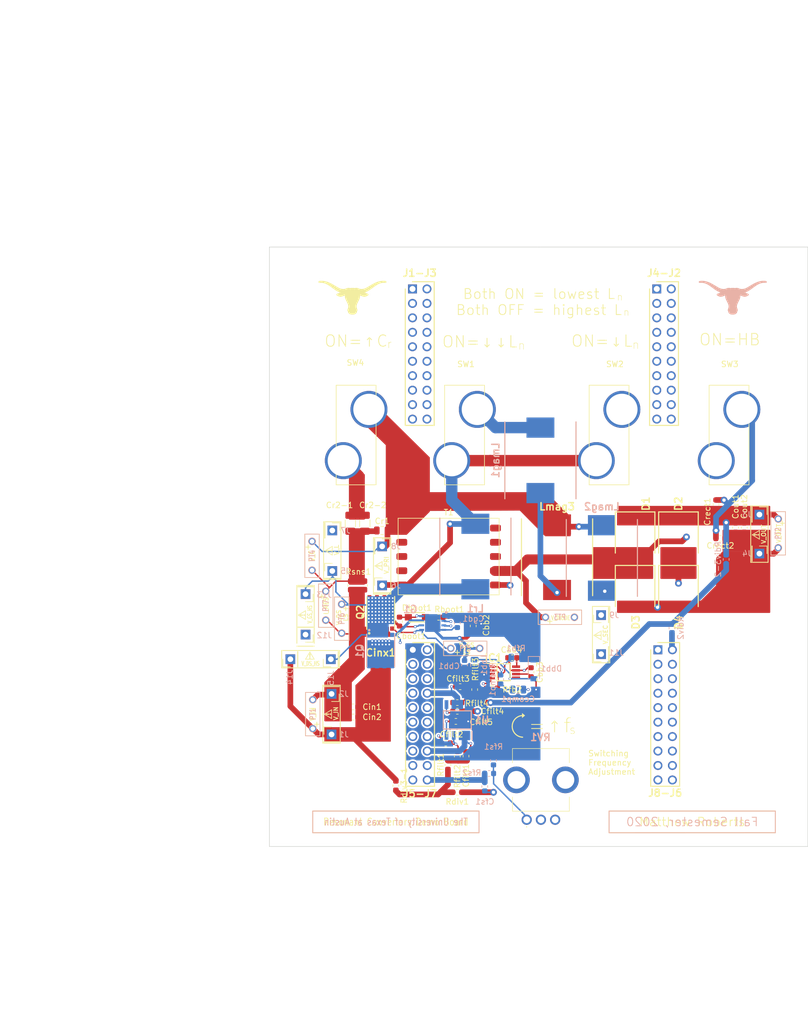
<source format=kicad_pcb>
(kicad_pcb (version 20171130) (host pcbnew "(5.1.4)-1")
  (layers (0 F.Cu signal) (1 In1.Cu signal) (2 In2.Cu signal) (31 B.Cu signal) (34 B.Paste user) (35 F.Paste user) (36 B.SilkS user) (37 F.SilkS user) (38 B.Mask user) (39 F.Mask user) (44 Edge.Cuts user))
  (net 0 "")
  (net 1 +3V3)
  (net 2 +12V)
  (net 3 "Net-(Cbb4-Pad1)")
  (net 4 "Net-(Cboot1-Pad1)")
  (net 5 "Net-(Ccomp1-Pad1)")
  (net 6 "Net-(Cfilt1-Pad1)")
  (net 7 V_IN_meas)
  (net 8 "Net-(Cfilt2-Pad2)")
  (net 9 "Net-(Cfilt3-Pad1)")
  (net 10 "Net-(Cfilt4-Pad2)")
  (net 11 V_OUT_meas)
  (net 12 E_Load-)
  (net 13 Freq_Knob)
  (net 14 V_IN)
  (net 15 E_Load+)
  (net 16 I_C-RES+)
  (net 17 V_C)
  (net 18 "Net-(Crect1-Pad2)")
  (net 19 XFMR_SEC-)
  (net 20 XFMR_SEC+)
  (net 21 "Net-(Dbb1-Pad2)")
  (net 22 "Net-(Dboot1-Pad2)")
  (net 23 Signal_H)
  (net 24 Signal_L)
  (net 25 V_GS_LS)
  (net 26 V_GS_HS)
  (net 27 "Net-(IC1-Pad1)")
  (net 28 "Net-(IC1-Pad2)")
  (net 29 "Net-(Lmag1-Pad1)")
  (net 30 "Net-(Lmag1-Pad2)")
  (net 31 "Net-(Lmag2-Pad2)")
  (net 32 V_L)
  (net 33 "Net-(RV1-Pad1)")
  (net 34 "Net-(RV1-Pad3)")
  (net 35 "Net-(T1-Pad8)")
  (net 36 "Net-(T1-Pad9)")
  (net 37 "Net-(T1-Pad10)")
  (net 38 "Net-(J1-J3-Pad10)")
  (net 39 "Net-(J1-J3-Pad9)")
  (net 40 "Net-(J1-J3-Pad8)")
  (net 41 "Net-(J1-J3-Pad27)")
  (net 42 "Net-(J1-J3-Pad7)")
  (net 43 "Net-(J1-J3-Pad6)")
  (net 44 "Net-(J1-J3-Pad5)")
  (net 45 "Net-(J1-J3-Pad21)")
  (net 46 "Net-(J4-J2-Pad11)")
  (net 47 "Net-(J4-J2-Pad31)")
  (net 48 "Net-(J4-J2-Pad12)")
  (net 49 "Net-(J4-J2-Pad32)")
  (net 50 "Net-(J4-J2-Pad13)")
  (net 51 "Net-(J4-J2-Pad33)")
  (net 52 "Net-(J4-J2-Pad14)")
  (net 53 "Net-(J4-J2-Pad34)")
  (net 54 "Net-(J4-J2-Pad15)")
  (net 55 "Net-(J4-J2-Pad35)")
  (net 56 "Net-(J4-J2-Pad16)")
  (net 57 "Net-(J4-J2-Pad36)")
  (net 58 "Net-(J4-J2-Pad17)")
  (net 59 "Net-(J4-J2-Pad37)")
  (net 60 "Net-(J4-J2-Pad38)")
  (net 61 "Net-(J4-J2-Pad19)")
  (net 62 "Net-(J4-J2-Pad39)")
  (net 63 "Net-(J4-J2-Pad40)")
  (net 64 "Net-(Cr2-1-Pad2)")
  (net 65 Switch_Node)
  (net 66 "Net-(J1-J3-Pad4)")
  (net 67 "Net-(J1-J3-Pad28)")
  (net 68 "Net-(J1-J3-Pad24)")
  (net 69 "Net-(J1-J3-Pad23)")
  (net 70 "Net-(J1-J3-Pad30)")
  (net 71 "Net-(J1-J3-Pad29)")
  (net 72 "Net-(J1-J3-Pad26)")
  (net 73 "Net-(J1-J3-Pad25)")
  (net 74 "Net-(J1-J3-Pad3)")
  (net 75 "Net-(J1-J3-Pad22)")
  (net 76 "Net-(J1-J3-Pad2)")
  (net 77 "Net-(J1-J3-Pad1)")
  (net 78 "Net-(J4-J2-Pad18)")
  (net 79 "Net-(J4-J2-Pad20)")
  (net 80 "Net-(J5-J7-Pad10)")
  (net 81 "Net-(J5-J7-Pad9)")
  (net 82 "Net-(J5-J7-Pad8)")
  (net 83 "Net-(J5-J7-Pad27)")
  (net 84 "Net-(J5-J7-Pad7)")
  (net 85 "Net-(J5-J7-Pad6)")
  (net 86 "Net-(J5-J7-Pad5)")
  (net 87 "Net-(J5-J7-Pad4)")
  (net 88 "Net-(J5-J7-Pad23)")
  (net 89 "Net-(J5-J7-Pad21)")
  (net 90 "Net-(J8-J6-Pad11)")
  (net 91 "Net-(J8-J6-Pad31)")
  (net 92 "Net-(J8-J6-Pad12)")
  (net 93 "Net-(J8-J6-Pad32)")
  (net 94 "Net-(J8-J6-Pad13)")
  (net 95 "Net-(J8-J6-Pad33)")
  (net 96 "Net-(J8-J6-Pad14)")
  (net 97 "Net-(J8-J6-Pad34)")
  (net 98 "Net-(J8-J6-Pad15)")
  (net 99 "Net-(J8-J6-Pad35)")
  (net 100 "Net-(J8-J6-Pad16)")
  (net 101 "Net-(J8-J6-Pad36)")
  (net 102 "Net-(J8-J6-Pad17)")
  (net 103 "Net-(J8-J6-Pad37)")
  (net 104 "Net-(J8-J6-Pad38)")
  (net 105 "Net-(J8-J6-Pad19)")
  (net 106 "Net-(J5-J7-Pad2)")
  (net 107 "Net-(J5-J7-Pad3)")
  (net 108 "Net-(J5-J7-Pad25)")
  (net 109 "Net-(J5-J7-Pad26)")
  (net 110 "Net-(J5-J7-Pad29)")
  (net 111 "Net-(J8-J6-Pad18)")
  (net 112 "Net-(Rdiv1-Pad1)")
  (net 113 "Net-(Rdiv2-Pad1)")
  (module Connector_PinHeader_2.54mm:PinHeader_1x01_P2.54mm_Vertical (layer F.Cu) (at 52.578 139.7 90)
    (fp_text reference J14 (at -3.175 -0.127 90) (layer B.SilkS) (effects (justify mirror)))
    (fp_text value Conn_01x01)
    (pad 1 thru_hole rect (at 0 0 90) (size 1.7 1.7) (drill 1) (layers *.Cu *.Mask) (net 14 V_IN))
  )
  (module Footprints:Caution (layer F.Cu) (at 56.007 139.7)
    (fp_text reference REF** hide)
    (fp_text value Caution hide)
    (fp_text user ! (at 0 -0.508) (layer F.SilkS) (effects (font (size 0.75 1))))
  )
  (module "" (layer F.Cu) (at 56.007 140.462)
    (fp_text reference "" (at -54.229 7.493) (layer F.SilkS) (effects (font (size 1.27 1.27))))
    (fp_text value "" (at -54.229 7.493) (layer F.SilkS) (effects (font (size 1.27 1.27))))
    (fp_text user V_DS_HS (at 0.127 0 180) (layer F.SilkS) (effects (font (size 0.75 0.5) (thickness 0.125))))
  )
  (module Footprints:Caution (layer F.Cu) (at 55.245 131.953 90)
    (fp_text reference REF** hide)
    (fp_text value Caution hide)
    (fp_text user ! (at 0 -0.508 90) (layer F.SilkS) (effects (font (size 0.75 1))))
  )
  (module "" (layer F.Cu) (at 56.007 131.953 90)
    (fp_text reference "" (at -54.229 7.493 90) (layer F.SilkS) (effects (font (size 1.27 1.27))))
    (fp_text value "" (at -54.229 7.493 90) (layer F.SilkS) (effects (font (size 1.27 1.27))))
    (fp_text user V_GS_HS (at 0.127 0 270) (layer F.SilkS) (effects (font (size 0.75 0.5) (thickness 0.125))))
  )
  (module Connector_PinHeader_2.54mm:PinHeader_1x01_P2.54mm_Vertical (layer F.Cu) (at 55.245 128.27 180)
    (fp_text reference J13 (at -3.302 -0.127) (layer B.SilkS) (effects (justify mirror)))
    (fp_text value Conn_01x01)
    (pad 1 thru_hole rect (at 0 0 180) (size 1.7 1.7) (drill 1) (layers *.Cu *.Mask) (net 65 Switch_Node))
  )
  (module Connector_PinHeader_2.54mm:PinHeader_1x01_P2.54mm_Vertical (layer F.Cu) (at 55.245 135.382 180)
    (fp_text reference J12 (at -3.302 -0.127) (layer B.SilkS) (effects (justify mirror)))
    (fp_text value Conn_01x01)
    (pad 1 thru_hole rect (at 0 0 180) (size 1.7 1.7) (drill 1) (layers *.Cu *.Mask) (net 26 V_GS_HS))
  )
  (module Connector_PinHeader_2.54mm:PinHeader_1x01_P2.54mm_Vertical (layer F.Cu) (at 59.69 139.7 90)
    (fp_text reference J15 (at -3.302 0 90) (layer B.SilkS) (effects (justify mirror)))
    (fp_text value Conn_01x01)
    (pad 1 thru_hole rect (at 0 0 90) (size 1.7 1.7) (drill 1) (layers *.Cu *.Mask) (net 65 Switch_Node))
  )
  (module Footprints:Probe_Test (layer F.Cu) (at 56.515 149.352 270)
    (fp_text reference PT1 (at 0 0 270) (layer B.SilkS) (effects (font (size 1 0.75))))
    (fp_text value V_IN (at 0 0 270) (layer F.SilkS) (effects (font (size 1 0.75))))
    (fp_text user + (at 1.778 -0.635 270) (layer F.SilkS))
    (pad 2 thru_hole circle (at -2.54 0 270) (size 1.25 1.25) (drill 0.85) (layers *.Cu *.Mask) (net 12 E_Load-))
    (pad 1 thru_hole circle (at 2.54 0 270) (size 1.25 1.25) (drill 0.85) (layers *.Cu *.Mask) (net 14 V_IN))
  )
  (module Footprints:Probe_Test (layer F.Cu) (at 56.388 121.539 90)
    (fp_text reference PT4 (at 0 0 90) (layer B.SilkS) (effects (font (size 1 0.75))))
    (fp_text value V_C)
    (fp_text user + (at 1.524 -0.762 90) (layer F.SilkS))
    (pad 2 thru_hole circle (at -2.54 0 90) (size 1.25 1.25) (drill 0.85) (layers *.Cu *.Mask) (net 16 I_C-RES+))
    (pad 1 thru_hole circle (at 2.54 0 90) (size 1.25 1.25) (drill 0.85) (layers *.Cu *.Mask) (net 17 V_C))
  )
  (module Footprints:Probe_Test (layer F.Cu) (at 58.801 130.302 90)
    (fp_text reference PT7 (at 0 0 90) (layer B.SilkS) (effects (font (size 1 0.75))))
    (fp_text value I_RES)
    (fp_text user + (at 1.651 -0.762 90) (layer F.SilkS))
    (pad 2 thru_hole circle (at -2.54 0 90) (size 1.25 1.25) (drill 0.85) (layers *.Cu *.Mask) (net 12 E_Load-))
    (pad 1 thru_hole circle (at 2.54 0 90) (size 1.25 1.25) (drill 0.85) (layers *.Cu *.Mask) (net 16 I_C-RES+))
  )
  (module Footprints:Probe_Test (layer F.Cu) (at 99.949 132.334 180)
    (fp_text reference PT3 (at 0 0) (layer B.SilkS) (effects (font (size 1 0.75)) (justify mirror)))
    (fp_text value V_DIODE)
    (fp_text user + (at 1.778 -0.635) (layer F.SilkS))
    (pad 2 thru_hole circle (at -2.54 0 180) (size 1.25 1.25) (drill 0.85) (layers *.Cu *.Mask) (net 12 E_Load-))
    (pad 1 thru_hole circle (at 2.54 0 180) (size 1.25 1.25) (drill 0.85) (layers *.Cu *.Mask) (net 19 XFMR_SEC-))
  )
  (module Footprints:Probe_Test (layer F.Cu) (at 138.303 117.602 90)
    (fp_text reference PT2 (at 0 0 90) (layer B.SilkS) (effects (font (size 1 0.75))))
    (fp_text value V_OUT)
    (fp_text user + (at 1.778 0.635 90) (layer F.SilkS))
    (pad 2 thru_hole circle (at -2.54 0 90) (size 1.25 1.25) (drill 0.85) (layers *.Cu *.Mask) (net 12 E_Load-))
    (pad 1 thru_hole circle (at 2.54 0 90) (size 1.25 1.25) (drill 0.85) (layers *.Cu *.Mask) (net 15 E_Load+))
  )
  (module Footprints:Probe_Test (layer F.Cu) (at 83.312 137.795 180)
    (fp_text reference PT5 (at 0 0) (layer B.SilkS) (effects (font (size 1 0.75))))
    (fp_text value V_GS_LS)
    (fp_text user + (at 1.397 -0.635) (layer F.SilkS))
    (pad 2 thru_hole circle (at -2.54 0 180) (size 1.25 1.25) (drill 0.85) (layers *.Cu *.Mask) (net 12 E_Load-))
    (pad 1 thru_hole circle (at 2.54 0 180) (size 1.25 1.25) (drill 0.85) (layers *.Cu *.Mask) (net 25 V_GS_LS))
  )
  (module Footprints:Probe_Test (layer F.Cu) (at 61.595 132.588 90)
    (fp_text reference PT6 (at 0 0 90) (layer B.SilkS) (effects (font (size 1 0.75))))
    (fp_text value V_DS_LS)
    (fp_text user + (at 1.778 0.635 90) (layer F.SilkS))
    (pad 2 thru_hole circle (at -2.54 0 90) (size 1.25 1.25) (drill 0.85) (layers *.Cu *.Mask) (net 12 E_Load-))
    (pad 1 thru_hole circle (at 2.54 0 90) (size 1.25 1.25) (drill 0.85) (layers *.Cu *.Mask) (net 65 Switch_Node))
  )
  (module Footprints:H8800VAAAB (layer F.Cu) (at 83.185 100.33 90)
    (fp_text reference SW1 (at 12.446 0.254 180) (layer F.SilkS))
    (fp_text value H8800VAAAB)
    (pad 1 thru_hole circle (at 4.5 2.25 90) (size 6.5 6.5) (drill 5.5) (layers *.Cu *.Mask) (net 29 "Net-(Lmag1-Pad1)"))
    (pad 2 thru_hole circle (at -4.5 -2.25 90) (size 6.5 6.5) (drill 5.5) (layers *.Cu *.Mask) (net 32 V_L))
  )
  (module Footprints:H8800VAAAB (layer F.Cu) (at 64.135 100.33 270)
    (fp_text reference SW4 (at -12.7 0.127) (layer F.SilkS))
    (fp_text value H8800VAAAB)
    (pad 1 thru_hole circle (at 4.5 2.25 270) (size 6.5 6.5) (drill 5.5) (layers *.Cu *.Mask) (net 64 "Net-(Cr2-1-Pad2)"))
    (pad 2 thru_hole circle (at -4.5 -2.25 270) (size 6.5 6.5) (drill 5.5) (layers *.Cu *.Mask) (net 17 V_C))
  )
  (module Footprints:H8800VAAAB (layer F.Cu) (at 129.667 100.33 270)
    (fp_text reference SW3 (at -12.446 -0.127 180) (layer F.SilkS))
    (fp_text value H8800VAAAB)
    (pad 1 thru_hole circle (at 4.5 2.25 270) (size 6.5 6.5) (drill 5.5) (layers *.Cu *.Mask) (net 19 XFMR_SEC-))
    (pad 2 thru_hole circle (at -4.5 -2.25 270) (size 6.5 6.5) (drill 5.5) (layers *.Cu *.Mask) (net 18 "Net-(Crect1-Pad2)"))
  )
  (module Footprints:H8800VAAAB (layer F.Cu) (at 108.585 100.33 90)
    (fp_text reference SW2 (at 12.446 1.016 180) (layer F.SilkS))
    (fp_text value H8800VAAAB)
    (pad 1 thru_hole circle (at 4.5 2.25 90) (size 6.5 6.5) (drill 5.5) (layers *.Cu *.Mask) (net 31 "Net-(Lmag2-Pad2)"))
    (pad 2 thru_hole circle (at -4.5 -2.25 90) (size 6.5 6.5) (drill 5.5) (layers *.Cu *.Mask) (net 32 V_L))
  )
  (module Resistor_SMD:R_0603_1608Metric (layer B.Cu) (at 129.159 122.174 270)
    (fp_text reference Rdiv3-2 (at 0 1.43 90) (layer B.SilkS) (effects (justify mirror)))
    (fp_text value 150k)
    (pad 2 smd roundrect (at 0.7875 0 270) (size 0.875 0.95) (layers B.Cu B.Paste B.Mask) (net 113 "Net-(Rdiv2-Pad1)"))
    (pad 1 smd roundrect (at -0.7875 0 270) (size 0.875 0.95) (layers B.Cu B.Paste B.Mask) (net 15 E_Load+))
  )
  (module Resistor_SMD:R_0603_1608Metric (layer F.Cu) (at 71.12 161.8995 270)
    (fp_text reference Rdiv3-1 (at 0 -1.43 90) (layer F.SilkS))
    (fp_text value 150k)
    (pad 2 smd roundrect (at 0.7875 0 270) (size 0.875 0.95) (layers F.Cu F.Paste F.Mask) (net 112 "Net-(Rdiv1-Pad1)"))
    (pad 1 smd roundrect (at -0.7875 0 270) (size 0.875 0.95) (layers F.Cu F.Paste F.Mask) (net 14 V_IN))
  )
  (module Capacitor_SMD:C_0805_2012Metric (layer B.Cu) (at 92.583 145.034)
    (fp_text reference Ccomp1 (at 0 1.65) (layer B.SilkS) (effects (justify mirror)))
    (fp_text value 3.3n)
    (pad 2 smd roundrect (at 0.9375 0) (size 0.975 1.4) (layers B.Cu B.Paste B.Mask) (net 12 E_Load-))
    (pad 1 smd roundrect (at -0.9375 0) (size 0.975 1.4) (layers B.Cu B.Paste B.Mask) (net 5 "Net-(Ccomp1-Pad1)"))
  )
  (module Resistor_SMD:R_0603_1608Metric (layer F.Cu) (at 81.915 163.068)
    (fp_text reference Rdiv1 (at 0 1.651) (layer F.SilkS))
    (fp_text value 100k)
    (pad 1 smd roundrect (at -0.7875 0) (size 0.875 0.95) (layers F.Cu F.Paste F.Mask) (net 112 "Net-(Rdiv1-Pad1)"))
    (pad 2 smd roundrect (at 0.7875 0) (size 0.875 0.95) (layers F.Cu F.Paste F.Mask) (net 12 E_Load-))
  )
  (module Resistor_SMD:R_0603_1608Metric (layer B.Cu) (at 119.634 134.239 270)
    (fp_text reference Rdiv2 (at 0 -1.524 90) (layer B.SilkS) (effects (justify mirror)))
    (fp_text value 20k)
    (pad 1 smd roundrect (at -0.7875 0 270) (size 0.875 0.95) (layers B.Cu B.Paste B.Mask) (net 113 "Net-(Rdiv2-Pad1)"))
    (pad 2 smd roundrect (at 0.7875 0 270) (size 0.875 0.95) (layers B.Cu B.Paste B.Mask) (net 12 E_Load-))
  )
  (module Footprints:clockwise_arrow (layer F.Cu) (at 92.6465 151.3205)
    (fp_text reference G*** hide)
    (fp_text value LOGO hide)
  )
  (module Footprints:longhorn2 (layer B.Cu) (at 130.302 76.2 180)
    (fp_text reference G*** hide)
    (fp_text value LOGO hide)
  )
  (module Footprints:longhorn2 (layer F.Cu) (at 63.5 76.2)
    (fp_text reference G*** hide)
    (fp_text value LOGO hide)
  )
  (module Footprints:Caution (layer F.Cu) (at 135.001 117.856 90)
    (fp_text reference REF** hide)
    (fp_text value Caution hide)
    (fp_text user ! (at 0 -0.508 90) (layer F.SilkS) (effects (font (size 0.75 1))))
  )
  (module Footprints:Caution (layer F.Cu) (at 107.188 135.509 90)
    (fp_text reference REF** hide)
    (fp_text value Caution hide)
    (fp_text user ! (at 0 -0.508 90) (layer F.SilkS) (effects (font (size 0.75 1))))
  )
  (module Footprints:Caution (layer F.Cu) (at 68.707 123.317 90)
    (fp_text reference REF** hide)
    (fp_text value Caution hide)
    (fp_text user ! (at 0 -0.508 90) (layer F.SilkS) (effects (font (size 0.75 1))))
  )
  (module Footprints:Caution (layer F.Cu) (at 59.944 120.65 90)
    (fp_text reference REF** hide)
    (fp_text value Caution hide)
    (fp_text user ! (at 0 -0.508 90) (layer F.SilkS) (effects (font (size 0.75 1))))
  )
  (module Footprints:Caution (layer F.Cu) (at 59.817 149.352 90)
    (fp_text reference REF** hide)
    (fp_text value Caution hide)
    (fp_text user ! (at 0 -0.508 90) (layer F.SilkS) (effects (font (size 0.75 1))))
  )
  (module Resistor_SMD:R_0603_1608Metric (layer B.Cu) (at 88.265 157.48 90)
    (fp_text reference Rfs1 (at 2.413 0 180) (layer B.SilkS) (effects (justify mirror)))
    (fp_text value 47k)
    (pad 2 smd roundrect (at 0.7875 0 90) (size 0.875 0.95) (layers B.Cu B.Paste B.Mask) (net 1 +3V3))
    (pad 1 smd roundrect (at -0.7875 0 90) (size 0.875 0.95) (layers B.Cu B.Paste B.Mask) (net 33 "Net-(RV1-Pad1)"))
  )
  (module Footprints:PTV09A-4020U-B103 (layer F.Cu) (at 94.107 167.894)
    (fp_text reference RV1 (at 2.413 -14.478) (layer B.SilkS) (effects (font (size 1.27 1.27) (thickness 0.254)) (justify mirror)))
    (fp_text value PTV09A-4020U-B103 hide)
    (pad 1 thru_hole circle (at 0 0) (size 1.8 1.8) (drill 1.2) (layers *.Cu *.Mask) (net 33 "Net-(RV1-Pad1)"))
    (pad 2 thru_hole circle (at 2.5 0) (size 1.8 1.8) (drill 1.2) (layers *.Cu *.Mask) (net 12 E_Load-))
    (pad 3 thru_hole circle (at 5 0) (size 1.8 1.8) (drill 1.2) (layers *.Cu *.Mask) (net 34 "Net-(RV1-Pad3)"))
    (pad MH1 thru_hole circle (at -1.8 -7) (size 4.686 4.686) (drill 3.1241) (layers *.Cu *.Mask))
    (pad MH2 thru_hole circle (at 6.8 -7) (size 4.686 4.686) (drill 3.1241) (layers *.Cu *.Mask))
  )
  (module Footprints:744373965120 (layer B.Cu) (at 85.09 121.666 90)
    (fp_text reference Lr1 (at -9.144 0 180) (layer B.SilkS) (effects (font (size 1.27 1.27) (thickness 0.254)) (justify mirror)))
    (fp_text value 12u hide)
    (pad 2 smd rect (at 5.75 0 90) (size 3.55 4.9) (layers B.Cu B.Paste B.Mask) (net 32 V_L))
    (pad 1 smd rect (at -5.75 0 90) (size 3.55 4.9) (layers B.Cu B.Paste B.Mask) (net 65 Switch_Node))
  )
  (module Footprints:750342864 (layer F.Cu) (at 80.391 121.666 180)
    (fp_text reference T1 (at 0 7.747) (layer F.SilkS))
    (fp_text value XFMR-750316266)
    (pad 3 smd roundrect (at 8.225 0 180) (size 1.9 1.2) (layers F.Cu F.Paste F.Mask))
    (pad 4 smd roundrect (at 8.225 -2.5 180) (size 1.9 1.2) (layers F.Cu F.Paste F.Mask))
    (pad 5 smd roundrect (at 8.225 -5 180) (size 1.9 1.2) (layers F.Cu F.Paste F.Mask) (net 32 V_L))
    (pad 2 smd roundrect (at 8.225 2.5 180) (size 1.9 1.2) (layers F.Cu F.Paste F.Mask))
    (pad 1 smd roundrect (at 8.225 5 180) (size 1.9 1.2) (layers F.Cu F.Paste F.Mask) (net 17 V_C))
    (pad 8 smd roundrect (at -8.225 0 180) (size 1.9 1.2) (layers F.Cu F.Paste F.Mask) (net 35 "Net-(T1-Pad8)"))
    (pad 7 smd roundrect (at -8.225 -2.5 180) (size 1.9 1.2) (layers F.Cu F.Paste F.Mask) (net 19 XFMR_SEC-))
    (pad 6 smd roundrect (at -8.225 -5 180) (size 1.9 1.2) (layers F.Cu F.Paste F.Mask) (net 20 XFMR_SEC+))
    (pad 9 smd roundrect (at -8.225 2.5 180) (size 1.9 1.2) (layers F.Cu F.Paste F.Mask) (net 36 "Net-(T1-Pad9)"))
    (pad 10 smd roundrect (at -8.225 5 180) (size 1.9 1.2) (layers F.Cu F.Paste F.Mask) (net 37 "Net-(T1-Pad10)"))
  )
  (module Footprints:TLV2632 (layer B.Cu) (at 81.915 150.368 90)
    (fp_text reference U1 (at 0 4.318 180) (layer B.SilkS) (effects (font (size 1.27 1.27) (thickness 0.254)) (justify mirror)))
    (fp_text value TLV2372 hide)
    (pad 8 smd rect (at 2.712 1.905) (size 0.65 1.525) (layers B.Cu B.Paste B.Mask) (net 1 +3V3))
    (pad 7 smd rect (at 2.712 0.635) (size 0.65 1.525) (layers B.Cu B.Paste B.Mask) (net 11 V_OUT_meas))
    (pad 6 smd rect (at 2.712 -0.635) (size 0.65 1.525) (layers B.Cu B.Paste B.Mask) (net 11 V_OUT_meas))
    (pad 5 smd rect (at 2.712 -1.905) (size 0.65 1.525) (layers B.Cu B.Paste B.Mask) (net 10 "Net-(Cfilt4-Pad2)"))
    (pad 4 smd rect (at -2.712 -1.905) (size 0.65 1.525) (layers B.Cu B.Paste B.Mask) (net 12 E_Load-))
    (pad 3 smd rect (at -2.712 -0.635) (size 0.65 1.525) (layers B.Cu B.Paste B.Mask) (net 8 "Net-(Cfilt2-Pad2)"))
    (pad 2 smd rect (at -2.712 0.635) (size 0.65 1.525) (layers B.Cu B.Paste B.Mask) (net 7 V_IN_meas))
    (pad 1 smd rect (at -2.712 1.905) (size 0.65 1.525) (layers B.Cu B.Paste B.Mask) (net 7 V_IN_meas))
  )
  (module Resistor_SMD:R_0612_1632Metric (layer F.Cu) (at 64.389 126.746 270)
    (fp_text reference Rsns1 (at -2.413 -0.127 180) (layer F.SilkS))
    (fp_text value 25m)
    (pad 2 smd roundrect (at 0.75 0 270) (size 1 3.4) (layers F.Cu F.Paste F.Mask) (net 12 E_Load-))
    (pad 1 smd roundrect (at -0.75 0 270) (size 1 3.4) (layers F.Cu F.Paste F.Mask) (net 16 I_C-RES+))
  )
  (module Footprints:90151-2320_J2 (layer F.Cu) (at 116.967 74.422)
    (fp_text reference J4-J2 (at 1.27 -2.54) (layer F.SilkS) (effects (font (size 1.27 1.27) (thickness 0.254))))
    (fp_text value Conn_02x10_Top_Bottom hide)
    (pad 11 thru_hole circle (at 2.54 23.11 270) (size 1.575 1.575) (drill 1.05) (layers *.Cu *.Mask) (net 46 "Net-(J4-J2-Pad11)"))
    (pad 31 thru_hole circle (at 0 23.11 270) (size 1.575 1.575) (drill 1.05) (layers *.Cu *.Mask) (net 47 "Net-(J4-J2-Pad31)"))
    (pad 12 thru_hole circle (at 2.54 20.57 270) (size 1.575 1.575) (drill 1.05) (layers *.Cu *.Mask) (net 48 "Net-(J4-J2-Pad12)"))
    (pad 32 thru_hole circle (at 0 20.57 270) (size 1.575 1.575) (drill 1.05) (layers *.Cu *.Mask) (net 49 "Net-(J4-J2-Pad32)"))
    (pad 13 thru_hole circle (at 2.54 18.03 270) (size 1.575 1.575) (drill 1.05) (layers *.Cu *.Mask) (net 50 "Net-(J4-J2-Pad13)"))
    (pad 33 thru_hole circle (at 0 18.03 270) (size 1.575 1.575) (drill 1.05) (layers *.Cu *.Mask) (net 51 "Net-(J4-J2-Pad33)"))
    (pad 14 thru_hole circle (at 2.54 15.49 270) (size 1.575 1.575) (drill 1.05) (layers *.Cu *.Mask) (net 52 "Net-(J4-J2-Pad14)"))
    (pad 34 thru_hole circle (at 0 15.49 270) (size 1.575 1.575) (drill 1.05) (layers *.Cu *.Mask) (net 53 "Net-(J4-J2-Pad34)"))
    (pad 15 thru_hole circle (at 2.54 12.95 270) (size 1.575 1.575) (drill 1.05) (layers *.Cu *.Mask) (net 54 "Net-(J4-J2-Pad15)"))
    (pad 35 thru_hole circle (at 0 12.95 270) (size 1.575 1.575) (drill 1.05) (layers *.Cu *.Mask) (net 55 "Net-(J4-J2-Pad35)"))
    (pad 16 thru_hole circle (at 2.54 10.41 270) (size 1.575 1.575) (drill 1.05) (layers *.Cu *.Mask) (net 56 "Net-(J4-J2-Pad16)"))
    (pad 36 thru_hole circle (at 0 10.41 270) (size 1.575 1.575) (drill 1.05) (layers *.Cu *.Mask) (net 57 "Net-(J4-J2-Pad36)"))
    (pad 17 thru_hole circle (at 2.54 7.87 270) (size 1.575 1.575) (drill 1.05) (layers *.Cu *.Mask) (net 58 "Net-(J4-J2-Pad17)"))
    (pad 37 thru_hole circle (at 0 7.87 270) (size 1.575 1.575) (drill 1.05) (layers *.Cu *.Mask) (net 59 "Net-(J4-J2-Pad37)"))
    (pad 18 thru_hole circle (at 2.54 5.33 270) (size 1.575 1.575) (drill 1.05) (layers *.Cu *.Mask) (net 78 "Net-(J4-J2-Pad18)"))
    (pad 38 thru_hole circle (at 0 5.33 270) (size 1.575 1.575) (drill 1.05) (layers *.Cu *.Mask) (net 60 "Net-(J4-J2-Pad38)"))
    (pad 19 thru_hole circle (at 2.54 2.79 270) (size 1.575 1.575) (drill 1.05) (layers *.Cu *.Mask) (net 61 "Net-(J4-J2-Pad19)"))
    (pad 39 thru_hole circle (at 0 2.79 270) (size 1.575 1.575) (drill 1.05) (layers *.Cu *.Mask) (net 62 "Net-(J4-J2-Pad39)"))
    (pad 20 thru_hole circle (at 2.54 0.25 270) (size 1.575 1.575) (drill 1.05) (layers *.Cu *.Mask) (net 79 "Net-(J4-J2-Pad20)"))
    (pad 40 thru_hole rect (at 0 0.25 270) (size 1.575 1.575) (drill 1.05) (layers *.Cu *.Mask) (net 63 "Net-(J4-J2-Pad40)"))
  )
  (module Footprints:90151-2320_J1 (layer F.Cu) (at 74.041 74.422)
    (fp_text reference J1-J3 (at 1.27 -2.54) (layer F.SilkS) (effects (font (size 1.27 1.27) (thickness 0.254))))
    (fp_text value Conn_02x10_Top_Bottom hide)
    (pad 30 thru_hole circle (at 2.54 23.11 270) (size 1.575 1.575) (drill 1.05) (layers *.Cu *.Mask) (net 70 "Net-(J1-J3-Pad30)"))
    (pad 10 thru_hole circle (at 0 23.11 270) (size 1.575 1.575) (drill 1.05) (layers *.Cu *.Mask) (net 38 "Net-(J1-J3-Pad10)"))
    (pad 29 thru_hole circle (at 2.54 20.57 270) (size 1.575 1.575) (drill 1.05) (layers *.Cu *.Mask) (net 71 "Net-(J1-J3-Pad29)"))
    (pad 9 thru_hole circle (at 0 20.57 270) (size 1.575 1.575) (drill 1.05) (layers *.Cu *.Mask) (net 39 "Net-(J1-J3-Pad9)"))
    (pad 28 thru_hole circle (at 2.54 18.03 270) (size 1.575 1.575) (drill 1.05) (layers *.Cu *.Mask) (net 67 "Net-(J1-J3-Pad28)"))
    (pad 8 thru_hole circle (at 0 18.03 270) (size 1.575 1.575) (drill 1.05) (layers *.Cu *.Mask) (net 40 "Net-(J1-J3-Pad8)"))
    (pad 27 thru_hole circle (at 2.54 15.49 270) (size 1.575 1.575) (drill 1.05) (layers *.Cu *.Mask) (net 41 "Net-(J1-J3-Pad27)"))
    (pad 7 thru_hole circle (at 0 15.49 270) (size 1.575 1.575) (drill 1.05) (layers *.Cu *.Mask) (net 42 "Net-(J1-J3-Pad7)"))
    (pad 26 thru_hole circle (at 2.54 12.95 270) (size 1.575 1.575) (drill 1.05) (layers *.Cu *.Mask) (net 72 "Net-(J1-J3-Pad26)"))
    (pad 6 thru_hole circle (at 0 12.95 270) (size 1.575 1.575) (drill 1.05) (layers *.Cu *.Mask) (net 43 "Net-(J1-J3-Pad6)"))
    (pad 25 thru_hole circle (at 2.54 10.41 270) (size 1.575 1.575) (drill 1.05) (layers *.Cu *.Mask) (net 73 "Net-(J1-J3-Pad25)"))
    (pad 5 thru_hole circle (at 0 10.41 270) (size 1.575 1.575) (drill 1.05) (layers *.Cu *.Mask) (net 44 "Net-(J1-J3-Pad5)"))
    (pad 24 thru_hole circle (at 2.54 7.87 270) (size 1.575 1.575) (drill 1.05) (layers *.Cu *.Mask) (net 68 "Net-(J1-J3-Pad24)"))
    (pad 4 thru_hole circle (at 0 7.87 270) (size 1.575 1.575) (drill 1.05) (layers *.Cu *.Mask) (net 66 "Net-(J1-J3-Pad4)"))
    (pad 23 thru_hole circle (at 2.54 5.33 270) (size 1.575 1.575) (drill 1.05) (layers *.Cu *.Mask) (net 69 "Net-(J1-J3-Pad23)"))
    (pad 3 thru_hole circle (at 0 5.33 270) (size 1.575 1.575) (drill 1.05) (layers *.Cu *.Mask) (net 74 "Net-(J1-J3-Pad3)"))
    (pad 22 thru_hole circle (at 2.54 2.79 270) (size 1.575 1.575) (drill 1.05) (layers *.Cu *.Mask) (net 75 "Net-(J1-J3-Pad22)"))
    (pad 2 thru_hole circle (at 0 2.79 270) (size 1.575 1.575) (drill 1.05) (layers *.Cu *.Mask) (net 76 "Net-(J1-J3-Pad2)"))
    (pad 21 thru_hole circle (at 2.54 0.25 270) (size 1.575 1.575) (drill 1.05) (layers *.Cu *.Mask) (net 45 "Net-(J1-J3-Pad21)"))
    (pad 1 thru_hole rect (at 0 0.25 270) (size 1.575 1.575) (drill 1.05) (layers *.Cu *.Mask) (net 77 "Net-(J1-J3-Pad1)"))
  )
  (module Capacitor_SMD:C_0603_1608Metric (layer F.Cu) (at 84.709 133.858 90)
    (fp_text reference Cbb2 (at 0.127 2.286 90) (layer F.SilkS))
    (fp_text value 10u)
    (pad 2 smd roundrect (at 0.7875 0 90) (size 0.875 0.95) (layers F.Cu F.Paste F.Mask) (net 2 +12V))
    (pad 1 smd roundrect (at -0.7875 0 90) (size 0.875 0.95) (layers F.Cu F.Paste F.Mask) (net 12 E_Load-))
  )
  (module Capacitor_SMD:C_0603_1608Metric (layer B.Cu) (at 83.185 140.716 90)
    (fp_text reference Cbb1 (at -0.1905 -2.7305 180) (layer B.SilkS) (effects (justify mirror)))
    (fp_text value 10u)
    (pad 2 smd roundrect (at 0.7875 0 90) (size 0.875 0.95) (layers B.Cu B.Paste B.Mask) (net 12 E_Load-))
    (pad 1 smd roundrect (at -0.7875 0 90) (size 0.875 0.95) (layers B.Cu B.Paste B.Mask) (net 1 +3V3))
  )
  (module Capacitor_SMD:C_0603_1608Metric (layer F.Cu) (at 127.381 112.522 90)
    (fp_text reference Crect1 (at -1.27 -1.524 270) (layer F.SilkS))
    (fp_text value 10u)
    (pad 2 smd roundrect (at 0.7875 0 90) (size 0.875 0.95) (layers F.Cu F.Paste F.Mask) (net 18 "Net-(Crect1-Pad2)"))
    (pad 1 smd roundrect (at -0.7875 0 90) (size 0.875 0.95) (layers F.Cu F.Paste F.Mask) (net 15 E_Load+))
  )
  (module Capacitor_SMD:C_0603_1608Metric (layer F.Cu) (at 132.334 116.586 270)
    (fp_text reference Cout2 (at -3.683 0 90) (layer F.SilkS))
    (fp_text value 10u)
    (pad 2 smd roundrect (at 0.7875 0 270) (size 0.875 0.95) (layers F.Cu F.Paste F.Mask) (net 12 E_Load-))
    (pad 1 smd roundrect (at -0.7875 0 270) (size 0.875 0.95) (layers F.Cu F.Paste F.Mask) (net 15 E_Load+))
  )
  (module Connector_PinHeader_2.54mm:PinHeader_1x01_P2.54mm_Vertical (layer F.Cu) (at 135.001 114.3 270)
    (fp_text reference J3 (at 0 2.159 180) (layer B.SilkS) (effects (justify mirror)))
    (fp_text value Conn_01x01)
    (pad 1 thru_hole rect (at 0 0 270) (size 1.7 1.7) (drill 1) (layers *.Cu *.Mask) (net 15 E_Load+))
  )
  (module Capacitor_SMD:C_0603_1608Metric (layer F.Cu) (at 128.143 118.491)
    (fp_text reference Crect2 (at 0 1.27) (layer F.SilkS))
    (fp_text value 10u)
    (pad 2 smd roundrect (at 0.7875 0) (size 0.875 0.95) (layers F.Cu F.Paste F.Mask) (net 12 E_Load-))
    (pad 1 smd roundrect (at -0.7875 0) (size 0.875 0.95) (layers F.Cu F.Paste F.Mask) (net 18 "Net-(Crect1-Pad2)"))
  )
  (module Connector_PinHeader_2.54mm:PinHeader_1x01_P2.54mm_Vertical (layer F.Cu) (at 135.001 121.158 270)
    (fp_text reference J4 (at 0 2.159 180) (layer B.SilkS) (effects (justify mirror)))
    (fp_text value Conn_01x01)
    (pad 1 thru_hole rect (at 0 0 270) (size 1.7 1.7) (drill 1) (layers *.Cu *.Mask) (net 12 E_Load-))
  )
  (module Capacitor_SMD:C_0603_1608Metric (layer F.Cu) (at 130.81 116.586 270)
    (fp_text reference Cout1 (at -3.683 0 90) (layer F.SilkS))
    (fp_text value 10u)
    (pad 2 smd roundrect (at 0.7875 0 270) (size 0.875 0.95) (layers F.Cu F.Paste F.Mask) (net 12 E_Load-))
    (pad 1 smd roundrect (at -0.7875 0 270) (size 0.875 0.95) (layers F.Cu F.Paste F.Mask) (net 15 E_Load+))
  )
  (module Footprints:CSD18513Q5A (layer F.Cu) (at 68.453 131.572 270)
    (fp_text reference Q2 (at -0.127 3.556 90) (layer F.SilkS) (effects (font (size 1.27 1.27) (thickness 0.254))))
    (fp_text value CSD18513Q5A hide)
    (pad 9 smd rect (at -0.325 0 270) (size 4.295 4.51) (layers F.Cu F.Paste F.Mask) (net 65 Switch_Node))
    (pad 8 smd rect (at -2.8 1.98 270) (size 0.655 0.675) (layers F.Cu F.Paste F.Mask) (net 65 Switch_Node))
    (pad 7 smd rect (at -2.8 0.66 270) (size 0.655 0.675) (layers F.Cu F.Paste F.Mask) (net 65 Switch_Node))
    (pad 6 smd rect (at -2.8 -0.66 270) (size 0.655 0.675) (layers F.Cu F.Paste F.Mask) (net 65 Switch_Node))
    (pad 5 smd rect (at -2.8 -1.98 270) (size 0.655 0.675) (layers F.Cu F.Paste F.Mask) (net 65 Switch_Node))
    (pad 4 smd rect (at 2.7525 -1.995) (size 0.675 0.75) (layers F.Cu F.Paste F.Mask) (net 25 V_GS_LS))
    (pad 3 smd rect (at 2.7525 -0.665) (size 0.675 0.75) (layers F.Cu F.Paste F.Mask) (net 12 E_Load-))
    (pad 2 smd rect (at 2.7525 0.665) (size 0.675 0.75) (layers F.Cu F.Paste F.Mask) (net 12 E_Load-))
    (pad 1 smd rect (at 2.7525 1.995) (size 0.675 0.75) (layers F.Cu F.Paste F.Mask) (net 12 E_Load-))
  )
  (module Footprints:CSD18513Q5A (layer B.Cu) (at 68.453 138.176 90)
    (fp_text reference Q1 (at -0.127 -3.683 90) (layer B.SilkS) (effects (font (size 1.27 1.27) (thickness 0.254)) (justify mirror)))
    (fp_text value CSD18513Q5A hide)
    (pad 9 smd rect (at -0.325 0 90) (size 4.295 4.51) (layers B.Cu B.Paste B.Mask) (net 14 V_IN))
    (pad 8 smd rect (at -2.8 -1.98 90) (size 0.655 0.675) (layers B.Cu B.Paste B.Mask) (net 14 V_IN))
    (pad 7 smd rect (at -2.8 -0.66 90) (size 0.655 0.675) (layers B.Cu B.Paste B.Mask) (net 14 V_IN))
    (pad 6 smd rect (at -2.8 0.66 90) (size 0.655 0.675) (layers B.Cu B.Paste B.Mask) (net 14 V_IN))
    (pad 5 smd rect (at -2.8 1.98 90) (size 0.655 0.675) (layers B.Cu B.Paste B.Mask) (net 14 V_IN))
    (pad 4 smd rect (at 2.7525 1.995) (size 0.675 0.75) (layers B.Cu B.Paste B.Mask) (net 26 V_GS_HS))
    (pad 3 smd rect (at 2.7525 0.665) (size 0.675 0.75) (layers B.Cu B.Paste B.Mask) (net 65 Switch_Node))
    (pad 2 smd rect (at 2.7525 -0.665) (size 0.675 0.75) (layers B.Cu B.Paste B.Mask) (net 65 Switch_Node))
    (pad 1 smd rect (at 2.7525 -1.995) (size 0.675 0.75) (layers B.Cu B.Paste B.Mask) (net 65 Switch_Node))
  )
  (module Connector_PinHeader_2.54mm:PinHeader_1x01_P2.54mm_Vertical (layer F.Cu) (at 59.817 145.796 180)
    (fp_text reference J2 (at -2.159 0) (layer B.SilkS) (effects (justify mirror)))
    (fp_text value Conn_01x01)
    (pad 1 thru_hole rect (at 0 0 180) (size 1.7 1.7) (drill 1) (layers *.Cu *.Mask) (net 12 E_Load-))
  )
  (module Connector_PinHeader_2.54mm:PinHeader_1x01_P2.54mm_Vertical (layer F.Cu) (at 59.817 152.908)
    (fp_text reference J1 (at 2.159 0) (layer B.SilkS) (effects (justify mirror)))
    (fp_text value Conn_01x01)
    (pad 1 thru_hole rect (at 0 0) (size 1.7 1.7) (drill 1) (layers *.Cu *.Mask) (net 14 V_IN))
  )
  (module Capacitor_SMD:C_0603_1608Metric (layer F.Cu) (at 63.627 149.86 180)
    (fp_text reference Cin2 (at -3.302 0) (layer F.SilkS))
    (fp_text value 10u)
    (pad 2 smd roundrect (at 0.7875 0 180) (size 0.875 0.95) (layers F.Cu F.Paste F.Mask) (net 12 E_Load-))
    (pad 1 smd roundrect (at -0.7875 0 180) (size 0.875 0.95) (layers F.Cu F.Paste F.Mask) (net 14 V_IN))
  )
  (module Capacitor_SMD:C_0603_1608Metric (layer F.Cu) (at 63.627 148.082 180)
    (fp_text reference Cin1 (at -3.302 0) (layer F.SilkS))
    (fp_text value 10u)
    (pad 2 smd roundrect (at 0.7875 0 180) (size 0.875 0.95) (layers F.Cu F.Paste F.Mask) (net 12 E_Load-))
    (pad 1 smd roundrect (at -0.7875 0 180) (size 0.875 0.95) (layers F.Cu F.Paste F.Mask) (net 14 V_IN))
  )
  (module Footprints:744373965120 (layer F.Cu) (at 99.441 121.793 270)
    (fp_text reference Lmag3 (at -8.89 0 180) (layer F.SilkS) (effects (font (size 1.27 1.27) (thickness 0.254))))
    (fp_text value 12u hide)
    (pad 2 smd rect (at 5.75 0 270) (size 3.55 4.9) (layers F.Cu F.Paste F.Mask) (net 30 "Net-(Lmag1-Pad2)"))
    (pad 1 smd rect (at -5.75 0 270) (size 3.55 4.9) (layers F.Cu F.Paste F.Mask) (net 17 V_C))
  )
  (module Footprints:744373965120 (layer B.Cu) (at 107.315 121.92 270)
    (fp_text reference Lmag2 (at -9.017 0 180) (layer B.SilkS) (effects (font (size 1.27 1.27) (thickness 0.254)) (justify mirror)))
    (fp_text value 12u hide)
    (pad 2 smd rect (at 5.75 0 270) (size 3.55 4.9) (layers B.Cu B.Paste B.Mask) (net 31 "Net-(Lmag2-Pad2)"))
    (pad 1 smd rect (at -5.75 0 270) (size 3.55 4.9) (layers B.Cu B.Paste B.Mask) (net 17 V_C))
  )
  (module Footprints:744373965120 (layer B.Cu) (at 96.52 104.775 270)
    (fp_text reference Lmag1 (at 0 7.874 90) (layer B.SilkS) (effects (font (size 1.27 1.27) (thickness 0.254)) (justify mirror)))
    (fp_text value 12u hide)
    (pad 1 smd rect (at -5.75 0 270) (size 3.55 4.9) (layers B.Cu B.Paste B.Mask) (net 29 "Net-(Lmag1-Pad1)"))
    (pad 2 smd rect (at 5.75 0 270) (size 3.55 4.9) (layers B.Cu B.Paste B.Mask) (net 30 "Net-(Lmag1-Pad2)"))
  )
  (module Capacitor_SMD:C_1206_3216Metric (layer F.Cu) (at 65.659 115.824 90)
    (fp_text reference Cr2-2 (at 3.175 1.397 180) (layer F.SilkS))
    (fp_text value 82n)
    (pad 2 smd roundrect (at 1.4 0 90) (size 1.25 1.75) (layers F.Cu F.Paste F.Mask) (roundrect_rratio 0.2) (net 64 "Net-(Cr2-1-Pad2)"))
    (pad 1 smd roundrect (at -1.4 0 90) (size 1.25 1.75) (layers F.Cu F.Paste F.Mask) (roundrect_rratio 0.2) (net 16 I_C-RES+))
  )
  (module Capacitor_SMD:C_1206_3216Metric (layer F.Cu) (at 63.119 115.824 90)
    (fp_text reference Cr2-1 (at 3.175 -1.905 180) (layer F.SilkS))
    (fp_text value 82n)
    (pad 2 smd roundrect (at 1.4 0 90) (size 1.25 1.75) (layers F.Cu F.Paste F.Mask) (roundrect_rratio 0.2) (net 64 "Net-(Cr2-1-Pad2)"))
    (pad 1 smd roundrect (at -1.4 0 90) (size 1.25 1.75) (layers F.Cu F.Paste F.Mask) (roundrect_rratio 0.2) (net 16 I_C-RES+))
  )
  (module Footprints:90151-2320_J2 (layer F.Cu) (at 117.1702 137.799)
    (fp_text reference J8-J6 (at 1.27 25.396) (layer F.SilkS) (effects (font (size 1.27 1.27) (thickness 0.254))))
    (fp_text value Conn_02x10_Top_Bottom hide)
    (pad 11 thru_hole circle (at 2.54 23.11 270) (size 1.575 1.575) (drill 1.05) (layers *.Cu *.Mask) (net 90 "Net-(J8-J6-Pad11)"))
    (pad 31 thru_hole circle (at 0 23.11 270) (size 1.575 1.575) (drill 1.05) (layers *.Cu *.Mask) (net 91 "Net-(J8-J6-Pad31)"))
    (pad 12 thru_hole circle (at 2.54 20.57 270) (size 1.575 1.575) (drill 1.05) (layers *.Cu *.Mask) (net 92 "Net-(J8-J6-Pad12)"))
    (pad 32 thru_hole circle (at 0 20.57 270) (size 1.575 1.575) (drill 1.05) (layers *.Cu *.Mask) (net 93 "Net-(J8-J6-Pad32)"))
    (pad 13 thru_hole circle (at 2.54 18.03 270) (size 1.575 1.575) (drill 1.05) (layers *.Cu *.Mask) (net 94 "Net-(J8-J6-Pad13)"))
    (pad 33 thru_hole circle (at 0 18.03 270) (size 1.575 1.575) (drill 1.05) (layers *.Cu *.Mask) (net 95 "Net-(J8-J6-Pad33)"))
    (pad 14 thru_hole circle (at 2.54 15.49 270) (size 1.575 1.575) (drill 1.05) (layers *.Cu *.Mask) (net 96 "Net-(J8-J6-Pad14)"))
    (pad 34 thru_hole circle (at 0 15.49 270) (size 1.575 1.575) (drill 1.05) (layers *.Cu *.Mask) (net 97 "Net-(J8-J6-Pad34)"))
    (pad 15 thru_hole circle (at 2.54 12.95 270) (size 1.575 1.575) (drill 1.05) (layers *.Cu *.Mask) (net 98 "Net-(J8-J6-Pad15)"))
    (pad 35 thru_hole circle (at 0 12.95 270) (size 1.575 1.575) (drill 1.05) (layers *.Cu *.Mask) (net 99 "Net-(J8-J6-Pad35)"))
    (pad 16 thru_hole circle (at 2.54 10.41 270) (size 1.575 1.575) (drill 1.05) (layers *.Cu *.Mask) (net 100 "Net-(J8-J6-Pad16)"))
    (pad 36 thru_hole circle (at 0 10.41 270) (size 1.575 1.575) (drill 1.05) (layers *.Cu *.Mask) (net 101 "Net-(J8-J6-Pad36)"))
    (pad 17 thru_hole circle (at 2.54 7.87 270) (size 1.575 1.575) (drill 1.05) (layers *.Cu *.Mask) (net 102 "Net-(J8-J6-Pad17)"))
    (pad 37 thru_hole circle (at 0 7.87 270) (size 1.575 1.575) (drill 1.05) (layers *.Cu *.Mask) (net 103 "Net-(J8-J6-Pad37)"))
    (pad 18 thru_hole circle (at 2.54 5.33 270) (size 1.575 1.575) (drill 1.05) (layers *.Cu *.Mask) (net 111 "Net-(J8-J6-Pad18)"))
    (pad 38 thru_hole circle (at 0 5.33 270) (size 1.575 1.575) (drill 1.05) (layers *.Cu *.Mask) (net 104 "Net-(J8-J6-Pad38)"))
    (pad 19 thru_hole circle (at 2.54 2.79 270) (size 1.575 1.575) (drill 1.05) (layers *.Cu *.Mask) (net 105 "Net-(J8-J6-Pad19)"))
    (pad 39 thru_hole circle (at 0 2.79 270) (size 1.575 1.575) (drill 1.05) (layers *.Cu *.Mask) (net 24 Signal_L))
    (pad 20 thru_hole circle (at 2.54 0.25 270) (size 1.575 1.575) (drill 1.05) (layers *.Cu *.Mask) (net 12 E_Load-))
    (pad 40 thru_hole rect (at 0 0.25 270) (size 1.575 1.575) (drill 1.05) (layers *.Cu *.Mask) (net 23 Signal_H))
  )
  (module Footprints:90151-2320_J1 (layer F.Cu) (at 74.0918 137.799)
    (fp_text reference J5-J7 (at 1.27 25.523) (layer F.SilkS) (effects (font (size 1.27 1.27) (thickness 0.254))))
    (fp_text value Conn_02x10_Top_Bottom hide)
    (pad 30 thru_hole circle (at 2.54 23.11 270) (size 1.575 1.575) (drill 1.05) (layers *.Cu *.Mask) (net 13 Freq_Knob))
    (pad 10 thru_hole circle (at 0 23.11 270) (size 1.575 1.575) (drill 1.05) (layers *.Cu *.Mask) (net 80 "Net-(J5-J7-Pad10)"))
    (pad 29 thru_hole circle (at 2.54 20.57 270) (size 1.575 1.575) (drill 1.05) (layers *.Cu *.Mask) (net 110 "Net-(J5-J7-Pad29)"))
    (pad 9 thru_hole circle (at 0 20.57 270) (size 1.575 1.575) (drill 1.05) (layers *.Cu *.Mask) (net 81 "Net-(J5-J7-Pad9)"))
    (pad 28 thru_hole circle (at 2.54 18.03 270) (size 1.575 1.575) (drill 1.05) (layers *.Cu *.Mask) (net 7 V_IN_meas))
    (pad 8 thru_hole circle (at 0 18.03 270) (size 1.575 1.575) (drill 1.05) (layers *.Cu *.Mask) (net 82 "Net-(J5-J7-Pad8)"))
    (pad 27 thru_hole circle (at 2.54 15.49 270) (size 1.575 1.575) (drill 1.05) (layers *.Cu *.Mask) (net 83 "Net-(J5-J7-Pad27)"))
    (pad 7 thru_hole circle (at 0 15.49 270) (size 1.575 1.575) (drill 1.05) (layers *.Cu *.Mask) (net 84 "Net-(J5-J7-Pad7)"))
    (pad 26 thru_hole circle (at 2.54 12.95 270) (size 1.575 1.575) (drill 1.05) (layers *.Cu *.Mask) (net 109 "Net-(J5-J7-Pad26)"))
    (pad 6 thru_hole circle (at 0 12.95 270) (size 1.575 1.575) (drill 1.05) (layers *.Cu *.Mask) (net 85 "Net-(J5-J7-Pad6)"))
    (pad 25 thru_hole circle (at 2.54 10.41 270) (size 1.575 1.575) (drill 1.05) (layers *.Cu *.Mask) (net 108 "Net-(J5-J7-Pad25)"))
    (pad 5 thru_hole circle (at 0 10.41 270) (size 1.575 1.575) (drill 1.05) (layers *.Cu *.Mask) (net 86 "Net-(J5-J7-Pad5)"))
    (pad 24 thru_hole circle (at 2.54 7.87 270) (size 1.575 1.575) (drill 1.05) (layers *.Cu *.Mask) (net 11 V_OUT_meas))
    (pad 4 thru_hole circle (at 0 7.87 270) (size 1.575 1.575) (drill 1.05) (layers *.Cu *.Mask) (net 87 "Net-(J5-J7-Pad4)"))
    (pad 23 thru_hole circle (at 2.54 5.33 270) (size 1.575 1.575) (drill 1.05) (layers *.Cu *.Mask) (net 88 "Net-(J5-J7-Pad23)"))
    (pad 3 thru_hole circle (at 0 5.33 270) (size 1.575 1.575) (drill 1.05) (layers *.Cu *.Mask) (net 107 "Net-(J5-J7-Pad3)"))
    (pad 22 thru_hole circle (at 2.54 2.79 270) (size 1.575 1.575) (drill 1.05) (layers *.Cu *.Mask) (net 12 E_Load-))
    (pad 2 thru_hole circle (at 0 2.79 270) (size 1.575 1.575) (drill 1.05) (layers *.Cu *.Mask) (net 106 "Net-(J5-J7-Pad2)"))
    (pad 21 thru_hole circle (at 2.54 0.25 270) (size 1.575 1.575) (drill 1.05) (layers *.Cu *.Mask) (net 89 "Net-(J5-J7-Pad21)"))
    (pad 1 thru_hole rect (at 0 0.25 270) (size 1.575 1.575) (drill 1.05) (layers *.Cu *.Mask) (net 1 +3V3))
  )
  (module Footprints:LM5109BSD_NOPB (layer B.Cu) (at 77.597 133.35 180)
    (fp_text reference G1 (at 3.937 2.413) (layer B.SilkS) (effects (font (size 1.27 1.27) (thickness 0.254)) (justify mirror)))
    (fp_text value LM5109BSD/NOPB hide)
    (pad 9 smd rect (at 0 0 180) (size 2.7 3.1) (layers B.Cu B.Paste B.Mask) (net 12 E_Load-))
    (pad 8 smd rect (at 1.95 1.2 90) (size 0.35 0.85) (layers B.Cu B.Paste B.Mask) (net 4 "Net-(Cboot1-Pad1)"))
    (pad 7 smd rect (at 1.95 0.4 90) (size 0.35 0.85) (layers B.Cu B.Paste B.Mask) (net 26 V_GS_HS))
    (pad 6 smd rect (at 1.95 -0.4 90) (size 0.35 0.85) (layers B.Cu B.Paste B.Mask) (net 65 Switch_Node))
    (pad 5 smd rect (at 1.95 -1.2 90) (size 0.35 0.85) (layers B.Cu B.Paste B.Mask) (net 25 V_GS_LS))
    (pad 4 smd rect (at -1.95 -1.2 90) (size 0.35 0.85) (layers B.Cu B.Paste B.Mask) (net 12 E_Load-))
    (pad 3 smd rect (at -1.95 -0.4 90) (size 0.35 0.85) (layers B.Cu B.Paste B.Mask) (net 24 Signal_L))
    (pad 2 smd rect (at -1.95 0.4 90) (size 0.35 0.85) (layers B.Cu B.Paste B.Mask) (net 23 Signal_H))
    (pad 1 smd rect (at -1.95 1.2 90) (size 0.35 0.85) (layers B.Cu B.Paste B.Mask) (net 2 +12V))
  )
  (module Footprints:LLL31MR71C105MA01L (layer F.Cu) (at 68.453 136.082 90)
    (fp_text reference Cinx1 (at -2.475 0 180) (layer F.SilkS) (effects (font (size 1.27 1.27) (thickness 0.254))))
    (fp_text value 1u hide)
    (pad 2 smd rect (at 0.7 0 90) (size 0.78 3.38) (layers F.Cu F.Paste F.Mask) (net 12 E_Load-))
    (pad 1 smd rect (at -0.7 0 90) (size 0.78 3.38) (layers F.Cu F.Paste F.Mask) (net 14 V_IN))
  )
  (module Capacitor_SMD:C_0603_1608Metric (layer F.Cu) (at 94.869 141.986 90)
    (fp_text reference Cbb3 (at 0 1.524 90) (layer F.SilkS))
    (fp_text value 1u)
    (pad 2 smd roundrect (at 0.7875 0 90) (size 0.875 0.95) (layers F.Cu F.Paste F.Mask) (net 12 E_Load-))
    (pad 1 smd roundrect (at -0.7875 0 90) (size 0.875 0.95) (layers F.Cu F.Paste F.Mask) (net 1 +3V3))
  )
  (module Capacitor_SMD:C_0603_1608Metric (layer F.Cu) (at 91.567 139.446 180)
    (fp_text reference Cbb4 (at 0.127 1.397) (layer F.SilkS))
    (fp_text value 100n)
    (pad 2 smd roundrect (at 0.7875 0 180) (size 0.875 0.95) (layers F.Cu F.Paste F.Mask) (net 12 E_Load-))
    (pad 1 smd roundrect (at -0.7875 0 180) (size 0.875 0.95) (layers F.Cu F.Paste F.Mask) (net 3 "Net-(Cbb4-Pad1)"))
  )
  (module Capacitor_SMD:C_0603_1608Metric (layer F.Cu) (at 71.755 133.096 270)
    (fp_text reference Cboot1 (at 2.54 -2.032) (layer F.SilkS))
    (fp_text value 0.1u)
    (pad 2 smd roundrect (at 0.7875 0 270) (size 0.875 0.95) (layers F.Cu F.Paste F.Mask) (net 65 Switch_Node))
    (pad 1 smd roundrect (at -0.7875 0 270) (size 0.875 0.95) (layers F.Cu F.Paste F.Mask) (net 4 "Net-(Cboot1-Pad1)"))
  )
  (module Capacitor_SMD:C_0603_1608Metric (layer F.Cu) (at 83.439 156.718 90)
    (fp_text reference Cfilt1 (at -3.429 0 90) (layer F.SilkS))
    (fp_text value 100n)
    (pad 2 smd roundrect (at 0.7875 0 90) (size 0.875 0.95) (layers F.Cu F.Paste F.Mask) (net 7 V_IN_meas))
    (pad 1 smd roundrect (at -0.7875 0 90) (size 0.875 0.95) (layers F.Cu F.Paste F.Mask) (net 6 "Net-(Cfilt1-Pad1)"))
  )
  (module Capacitor_SMD:C_0603_1608Metric (layer F.Cu) (at 79.883 154.432)
    (fp_text reference Cfilt2 (at 1.016 -1.524) (layer F.SilkS))
    (fp_text value 1u)
    (pad 2 smd roundrect (at 0.7875 0) (size 0.875 0.95) (layers F.Cu F.Paste F.Mask) (net 8 "Net-(Cfilt2-Pad2)"))
    (pad 1 smd roundrect (at -0.7875 0) (size 0.875 0.95) (layers F.Cu F.Paste F.Mask) (net 12 E_Load-))
  )
  (module Capacitor_SMD:C_0603_1608Metric (layer F.Cu) (at 82.423 144.526 180)
    (fp_text reference Cfilt3 (at 0.381 1.397) (layer F.SilkS))
    (fp_text value 100n)
    (pad 2 smd roundrect (at 0.7875 0 180) (size 0.875 0.95) (layers F.Cu F.Paste F.Mask) (net 11 V_OUT_meas))
    (pad 1 smd roundrect (at -0.7875 0 180) (size 0.875 0.95) (layers F.Cu F.Paste F.Mask) (net 9 "Net-(Cfilt3-Pad1)"))
  )
  (module Capacitor_SMD:C_0603_1608Metric (layer F.Cu) (at 81.915 148.844 180)
    (fp_text reference Cfilt4 (at -6.1595 0) (layer F.SilkS))
    (fp_text value 1u)
    (pad 2 smd roundrect (at 0.7875 0 180) (size 0.875 0.95) (layers F.Cu F.Paste F.Mask) (net 10 "Net-(Cfilt4-Pad2)"))
    (pad 1 smd roundrect (at -0.7875 0 180) (size 0.875 0.95) (layers F.Cu F.Paste F.Mask) (net 12 E_Load-))
  )
  (module Capacitor_SMD:C_0603_1608Metric (layer F.Cu) (at 81.661 150.622 180)
    (fp_text reference Cfilt5 (at -4.445 -0.127) (layer F.SilkS))
    (fp_text value 100n)
    (pad 2 smd roundrect (at 0.7875 0 180) (size 0.875 0.95) (layers F.Cu F.Paste F.Mask) (net 12 E_Load-))
    (pad 1 smd roundrect (at -0.7875 0 180) (size 0.875 0.95) (layers F.Cu F.Paste F.Mask) (net 1 +3V3))
  )
  (module Capacitor_SMD:C_0603_1608Metric (layer B.Cu) (at 86.741 162.052 270)
    (fp_text reference Cfs1 (at 2.667 0 180) (layer B.SilkS) (effects (justify mirror)))
    (fp_text value 10n)
    (pad 2 smd roundrect (at 0.7875 0 270) (size 0.875 0.95) (layers B.Cu B.Paste B.Mask) (net 12 E_Load-))
    (pad 1 smd roundrect (at -0.7875 0 270) (size 0.875 0.95) (layers B.Cu B.Paste B.Mask) (net 13 Freq_Knob))
  )
  (module Capacitor_SMD:C_0603_1608Metric (layer B.Cu) (at 81.915 133.35 270)
    (fp_text reference Cgd1 (at -0.762 -2.794 180) (layer B.SilkS) (effects (justify mirror)))
    (fp_text value 1u)
    (pad 2 smd roundrect (at 0.7875 0 270) (size 0.875 0.95) (layers B.Cu B.Paste B.Mask) (net 12 E_Load-))
    (pad 1 smd roundrect (at -0.7875 0 270) (size 0.875 0.95) (layers B.Cu B.Paste B.Mask) (net 2 +12V))
  )
  (module Capacitor_SMD:C_0805_2012Metric (layer F.Cu) (at 68.707 117.094)
    (fp_text reference Cr1 (at 0 -1.65) (layer F.SilkS))
    (fp_text value 47n)
    (pad 2 smd roundrect (at 0.9375 0) (size 0.975 1.4) (layers F.Cu F.Paste F.Mask) (net 17 V_C))
    (pad 1 smd roundrect (at -0.9375 0) (size 0.975 1.4) (layers F.Cu F.Paste F.Mask) (net 16 I_C-RES+))
  )
  (module Footprints:VSSC8L45-M3_9AT (layer F.Cu) (at 113.157 118.11 270)
    (fp_text reference D1 (at -5.715 -1.905 90) (layer F.SilkS) (effects (font (size 1.27 1.27) (thickness 0.254))))
    (fp_text value VSSC8L45-M3/9AT hide)
    (pad 2 smd rect (at 2.95 0 270) (size 1.95 6.25) (layers F.Cu F.Paste F.Mask) (net 19 XFMR_SEC-))
    (pad 1 smd rect (at -2.95 0 270) (size 1.95 6.25) (layers F.Cu F.Paste F.Mask) (net 15 E_Load+))
  )
  (module Footprints:VSSC8L45-M3_9AT (layer F.Cu) (at 120.777 118.11 270)
    (fp_text reference D2 (at -5.715 0 90) (layer F.SilkS) (effects (font (size 1.27 1.27) (thickness 0.254))))
    (fp_text value VSSC8L45-M3/9AT hide)
    (pad 2 smd rect (at 2.95 0 270) (size 1.95 6.25) (layers F.Cu F.Paste F.Mask) (net 20 XFMR_SEC+))
    (pad 1 smd rect (at -2.95 0 270) (size 1.95 6.25) (layers F.Cu F.Paste F.Mask) (net 15 E_Load+))
  )
  (module Footprints:VSSC8L45-M3_9AT (layer F.Cu) (at 113.157 127.508 270)
    (fp_text reference D3 (at 5.715 -0.127 90) (layer F.SilkS) (effects (font (size 1.27 1.27) (thickness 0.254))))
    (fp_text value VSSC8L45-M3/9AT hide)
    (pad 2 smd rect (at 2.95 0 270) (size 1.95 6.25) (layers F.Cu F.Paste F.Mask) (net 12 E_Load-))
    (pad 1 smd rect (at -2.95 0 270) (size 1.95 6.25) (layers F.Cu F.Paste F.Mask) (net 19 XFMR_SEC-))
  )
  (module Footprints:VSSC8L45-M3_9AT (layer F.Cu) (at 120.777 127.508 270)
    (fp_text reference D4 (at 5.715 0 90) (layer F.SilkS) (effects (font (size 1.27 1.27) (thickness 0.254))))
    (fp_text value VSSC8L45-M3/9AT hide)
    (pad 2 smd rect (at 2.95 0 270) (size 1.95 6.25) (layers F.Cu F.Paste F.Mask) (net 12 E_Load-))
    (pad 1 smd rect (at -2.95 0 270) (size 1.95 6.25) (layers F.Cu F.Paste F.Mask) (net 20 XFMR_SEC+))
  )
  (module Diode_SMD:D_SOD-123 (layer B.Cu) (at 95.377 141.478 270)
    (fp_text reference Dbb1 (at -0.127 -3.048 180) (layer B.SilkS) (effects (justify mirror)))
    (fp_text value PMEG2010AEH)
    (pad 1 smd rect (at -1.65 0 270) (size 0.9 1.2) (layers B.Cu B.Paste B.Mask) (net 2 +12V))
    (pad 2 smd rect (at 1.65 0 270) (size 0.9 1.2) (layers B.Cu B.Paste B.Mask) (net 21 "Net-(Dbb1-Pad2)"))
  )
  (module Footprints:MBR1H100SFT3G (layer F.Cu) (at 74.803 132.334)
    (fp_text reference Dboot1 (at 0 -1.651) (layer F.SilkS))
    (fp_text value MBR1H100SFT3G hide)
    (pad 2 smd rect (at 1.5 0 90) (size 1.12 1.24) (layers F.Cu F.Paste F.Mask) (net 22 "Net-(Dboot1-Pad2)"))
    (pad 1 smd rect (at -1.5 0 90) (size 1.12 1.24) (layers F.Cu F.Paste F.Mask) (net 4 "Net-(Cboot1-Pad1)"))
  )
  (module Footprints:TPS61085TDGKR (layer F.Cu) (at 90.043 141.986)
    (fp_text reference IC1 (at -1.778 -2.54) (layer F.SilkS) (effects (font (size 1.27 1.27) (thickness 0.254))))
    (fp_text value TPS61085TDGKR hide)
    (pad 8 smd rect (at 2.2 -0.975 90) (size 0.45 1.4) (layers F.Cu F.Paste F.Mask) (net 3 "Net-(Cbb4-Pad1)"))
    (pad 7 smd rect (at 2.2 -0.325 90) (size 0.45 1.4) (layers F.Cu F.Paste F.Mask) (net 12 E_Load-))
    (pad 6 smd rect (at 2.2 0.325 90) (size 0.45 1.4) (layers F.Cu F.Paste F.Mask) (net 1 +3V3))
    (pad 5 smd rect (at 2.2 0.975 90) (size 0.45 1.4) (layers F.Cu F.Paste F.Mask) (net 21 "Net-(Dbb1-Pad2)"))
    (pad 4 smd rect (at -2.2 0.975 90) (size 0.45 1.4) (layers F.Cu F.Paste F.Mask) (net 12 E_Load-))
    (pad 3 smd rect (at -2.2 0.325 90) (size 0.45 1.4) (layers F.Cu F.Paste F.Mask) (net 1 +3V3))
    (pad 2 smd rect (at -2.2 -0.325 90) (size 0.45 1.4) (layers F.Cu F.Paste F.Mask) (net 28 "Net-(IC1-Pad2)"))
    (pad 1 smd rect (at -2.2 -0.975 90) (size 0.45 1.4) (layers F.Cu F.Paste F.Mask) (net 27 "Net-(IC1-Pad1)"))
  )
  (module Inductor_SMD:L_0805_2012Metric (layer B.Cu) (at 84.963 140.716 90)
    (fp_text reference Lbb1 (at 0 1.65 90) (layer B.SilkS) (effects (justify mirror)))
    (fp_text value 6.8u)
    (pad 2 smd roundrect (at 0.9375 0 90) (size 0.975 1.4) (layers B.Cu B.Paste B.Mask) (net 21 "Net-(Dbb1-Pad2)"))
    (pad 1 smd roundrect (at -0.9375 0 90) (size 0.975 1.4) (layers B.Cu B.Paste B.Mask) (net 1 +3V3))
  )
  (module Resistor_SMD:R_0603_1608Metric (layer F.Cu) (at 78.613 132.334 180)
    (fp_text reference Rboot1 (at -1.905 1.397) (layer F.SilkS))
    (fp_text value 3)
    (pad 2 smd roundrect (at 0.7875 0 180) (size 0.875 0.95) (layers F.Cu F.Paste F.Mask) (net 22 "Net-(Dboot1-Pad2)"))
    (pad 1 smd roundrect (at -0.7875 0 180) (size 0.875 0.95) (layers F.Cu F.Paste F.Mask) (net 2 +12V))
  )
  (module Resistor_SMD:R_0603_1608Metric (layer B.Cu) (at 89.535 143.256 270)
    (fp_text reference Rcomp1 (at 0 1.43 90) (layer B.SilkS) (effects (justify mirror)))
    (fp_text value 24k)
    (pad 2 smd roundrect (at 0.7875 0 270) (size 0.875 0.95) (layers B.Cu B.Paste B.Mask) (net 5 "Net-(Ccomp1-Pad1)"))
    (pad 1 smd roundrect (at -0.7875 0 270) (size 0.875 0.95) (layers B.Cu B.Paste B.Mask) (net 27 "Net-(IC1-Pad1)"))
  )
  (module Resistor_SMD:R_0805_2012Metric (layer B.Cu) (at 92.329 139.446)
    (fp_text reference Rfb1 (at -0.127 -1.651) (layer B.SilkS) (effects (justify mirror)))
    (fp_text value 113k)
    (pad 2 smd roundrect (at 0.9375 0) (size 0.975 1.4) (layers B.Cu B.Paste B.Mask) (net 2 +12V))
    (pad 1 smd roundrect (at -0.9375 0) (size 0.975 1.4) (layers B.Cu B.Paste B.Mask) (net 28 "Net-(IC1-Pad2)"))
  )
  (module Resistor_SMD:R_0805_2012Metric (layer F.Cu) (at 88.011 145.034 180)
    (fp_text reference Rfb2 (at -3.556 0) (layer F.SilkS))
    (fp_text value 18k)
    (pad 2 smd roundrect (at 0.9375 0 180) (size 0.975 1.4) (layers F.Cu F.Paste F.Mask) (net 12 E_Load-))
    (pad 1 smd roundrect (at -0.9375 0 180) (size 0.975 1.4) (layers F.Cu F.Paste F.Mask) (net 28 "Net-(IC1-Pad2)"))
  )
  (module Resistor_SMD:R_0603_1608Metric (layer F.Cu) (at 80.264 158.242 90)
    (fp_text reference Rfilt1 (at 0 -1.27 90) (layer F.SilkS))
    (fp_text value 6.65k)
    (pad 2 smd roundrect (at 0.7875 0 90) (size 0.875 0.95) (layers F.Cu F.Paste F.Mask) (net 6 "Net-(Cfilt1-Pad1)"))
    (pad 1 smd roundrect (at -0.7875 0 90) (size 0.875 0.95) (layers F.Cu F.Paste F.Mask) (net 112 "Net-(Rdiv1-Pad1)"))
  )
  (module Resistor_SMD:R_0603_1608Metric (layer F.Cu) (at 81.915 156.718 90)
    (fp_text reference Rfilt2 (at -3.556 0 90) (layer F.SilkS))
    (fp_text value 665)
    (pad 2 smd roundrect (at 0.7875 0 90) (size 0.875 0.95) (layers F.Cu F.Paste F.Mask) (net 8 "Net-(Cfilt2-Pad2)"))
    (pad 1 smd roundrect (at -0.7875 0 90) (size 0.875 0.95) (layers F.Cu F.Paste F.Mask) (net 6 "Net-(Cfilt1-Pad1)"))
  )
  (module Resistor_SMD:R_0603_1608Metric (layer F.Cu) (at 84.963 145.034 90)
    (fp_text reference Rfilt3 (at 3.556 0.127 90) (layer F.SilkS))
    (fp_text value 6.65k)
    (pad 2 smd roundrect (at 0.7875 0 90) (size 0.875 0.95) (layers F.Cu F.Paste F.Mask) (net 9 "Net-(Cfilt3-Pad1)"))
    (pad 1 smd roundrect (at -0.7875 0 90) (size 0.875 0.95) (layers F.Cu F.Paste F.Mask) (net 113 "Net-(Rdiv2-Pad1)"))
  )
  (module Resistor_SMD:R_0603_1608Metric (layer F.Cu) (at 81.915 147.32 180)
    (fp_text reference Rfilt4 (at -3.429 -0.127) (layer F.SilkS))
    (fp_text value 665)
    (pad 2 smd roundrect (at 0.7875 0 180) (size 0.875 0.95) (layers F.Cu F.Paste F.Mask) (net 10 "Net-(Cfilt4-Pad2)"))
    (pad 1 smd roundrect (at -0.7875 0 180) (size 0.875 0.95) (layers F.Cu F.Paste F.Mask) (net 9 "Net-(Cfilt3-Pad1)"))
  )
  (module Resistor_SMD:R_0603_1608Metric (layer B.Cu) (at 87.503 159.766)
    (fp_text reference Rfs2 (at -3.048 -0.127) (layer B.SilkS) (effects (justify mirror)))
    (fp_text value 47k)
    (pad 2 smd roundrect (at 0.7875 0) (size 0.875 0.95) (layers B.Cu B.Paste B.Mask) (net 33 "Net-(RV1-Pad1)"))
    (pad 1 smd roundrect (at -0.7875 0) (size 0.875 0.95) (layers B.Cu B.Paste B.Mask) (net 13 Freq_Knob))
  )
  (module Connector_PinHeader_2.54mm:PinHeader_1x01_P2.54mm_Vertical (layer F.Cu) (at 59.944 124.206)
    (fp_text reference J5 (at 2.286 0) (layer B.SilkS) (effects (justify mirror)))
    (fp_text value Conn_01x01)
    (pad 1 thru_hole rect (at 0 0) (size 1.7 1.7) (drill 1) (layers *.Cu *.Mask) (net 65 Switch_Node))
  )
  (module Connector_PinHeader_2.54mm:PinHeader_1x01_P2.54mm_Vertical (layer F.Cu) (at 68.707 126.746)
    (fp_text reference J6 (at 2.413 0) (layer B.SilkS) (effects (justify mirror)))
    (fp_text value Conn_01x01)
    (pad 1 thru_hole rect (at 0 0) (size 1.7 1.7) (drill 1) (layers *.Cu *.Mask) (net 32 V_L))
  )
  (module Connector_PinHeader_2.54mm:PinHeader_1x01_P2.54mm_Vertical (layer F.Cu) (at 59.944 117.094 270)
    (fp_text reference J7 (at 0 -2.33 180) (layer B.SilkS) (effects (justify mirror)))
    (fp_text value Conn_01x01)
    (pad 1 thru_hole rect (at 0 0 270) (size 1.7 1.7) (drill 1) (layers *.Cu *.Mask) (net 32 V_L))
  )
  (module Connector_PinHeader_2.54mm:PinHeader_1x01_P2.54mm_Vertical (layer F.Cu) (at 68.707 119.888 270)
    (fp_text reference J8 (at 0 -2.413 180) (layer B.SilkS) (effects (justify mirror)))
    (fp_text value Conn_01x01)
    (pad 1 thru_hole rect (at 0 0 270) (size 1.7 1.7) (drill 1) (layers *.Cu *.Mask) (net 17 V_C))
  )
  (module Connector_PinHeader_2.54mm:PinHeader_1x01_P2.54mm_Vertical (layer F.Cu) (at 107.188 131.953 90)
    (fp_text reference J9 (at 0 2.286 180) (layer B.SilkS) (effects (justify mirror)))
    (fp_text value Conn_01x01)
    (pad 1 thru_hole rect (at 0 0 90) (size 1.7 1.7) (drill 1) (layers *.Cu *.Mask) (net 20 XFMR_SEC+))
  )
  (module Connector_PinHeader_2.54mm:PinHeader_1x01_P2.54mm_Vertical (layer F.Cu) (at 107.188 138.811 90)
    (fp_text reference J11 (at 0.254 2.667) (layer B.SilkS) (effects (justify mirror)))
    (fp_text value Conn_01x01)
    (pad 1 thru_hole rect (at 0 0 90) (size 1.7 1.7) (drill 1) (layers *.Cu *.Mask) (net 19 XFMR_SEC-))
  )
  (module "" (layer F.Cu) (at 135.763 117.856 90)
    (fp_text reference "" (at -54.229 7.493 90) (layer F.SilkS) (effects (font (size 1.27 1.27))))
    (fp_text value "" (at -54.229 7.493 90) (layer F.SilkS) (effects (font (size 1.27 1.27))))
    (fp_text user V_OUT (at 0.127 0 270) (layer F.SilkS) (effects (font (size 0.75 0.75))))
  )
  (module "" (layer F.Cu) (at 107.95 135.509 90)
    (fp_text reference "" (at -54.229 7.493 90) (layer F.SilkS) (effects (font (size 1.27 1.27))))
    (fp_text value "" (at -54.229 7.493 90) (layer F.SilkS) (effects (font (size 1.27 1.27))))
    (fp_text user V_SEC (at 0.127 0 270) (layer F.SilkS) (effects (font (size 0.75 0.75))))
  )
  (module "" (layer F.Cu) (at 69.469 123.317 90)
    (fp_text reference "" (at -54.229 7.493 90) (layer F.SilkS) (effects (font (size 1.27 1.27))))
    (fp_text value "" (at -54.229 7.493 90) (layer F.SilkS) (effects (font (size 1.27 1.27))))
    (fp_text user V_PRI (at 0.127 0 270) (layer F.SilkS) (effects (font (size 0.75 0.75))))
  )
  (module "" (layer F.Cu) (at 60.706 120.65 90)
    (fp_text reference "" (at -54.229 7.493 90) (layer F.SilkS) (effects (font (size 1.27 1.27))))
    (fp_text value "" (at -54.229 7.493 90) (layer F.SilkS) (effects (font (size 1.27 1.27))))
    (fp_text user V_L (at 0.127 0 270) (layer F.SilkS) (effects (font (size 0.75 0.75))))
  )
  (module "" (layer F.Cu) (at 60.579 149.352 90)
    (fp_text reference "" (at -54.229 7.493 90) (layer F.SilkS) (effects (font (size 1.27 1.27))))
    (fp_text value "" (at -54.229 7.493 90) (layer F.SilkS) (effects (font (size 1.27 1.27))))
    (fp_text user V_IN (at 0.127 0 270) (layer F.SilkS) (effects (font (size 0.75 0.75))))
  )
  (gr_line (start 61.214 138.176) (end 51.054 138.176) (layer F.SilkS) (width 0.15))
  (gr_line (start 51.054 141.224) (end 61.214 141.224) (layer F.SilkS) (width 0.15))
  (gr_line (start 51.054 138.176) (end 51.054 141.224) (layer F.SilkS) (width 0.15))
  (gr_line (start 61.214 141.224) (end 61.214 138.176) (layer F.SilkS) (width 0.15))
  (gr_line (start 53.721 126.746) (end 53.721 136.906) (layer F.SilkS) (width 0.15))
  (gr_line (start 56.769 136.906) (end 56.769 126.746) (layer F.SilkS) (width 0.15))
  (gr_line (start 53.721 137.414) (end 56.769 137.414) (layer F.SilkS) (width 0.15))
  (gr_line (start 56.769 126.746) (end 53.721 126.746) (layer F.SilkS) (width 0.15))
  (gr_text "Switching\nFrequency\nAdjustment" (at 104.8385 157.861) (layer F.SilkS) (effects (font (size 1 1)) (justify left)))
  (gr_text n (at 111.633 78.74) (layer F.SilkS) (effects (font (size 1.25 1.25) (thickness 0.0875))))
  (gr_text n (at 110.49 76.073) (layer F.SilkS) (effects (font (size 1.25 1.25) (thickness 0.0875))))
  (gr_text "Both ON = lowest L\nBoth OFF = highest L" (at 96.266 76.962) (layer F.SilkS) (effects (font (size 1.75 1.75))))
  (gr_text n (at 113.284 84.455) (layer F.SilkS) (effects (font (size 1.5 1.5) (thickness 0.0875))))
  (gr_text n (at 93.218 84.582) (layer F.SilkS) (effects (font (size 1.5 1.5) (thickness 0.0875))))
  (gr_text r (at 69.977 84.328) (layer F.SilkS) (effects (font (size 1.5 1.5) (thickness 0.0875))))
  (gr_text ON=HB (at 129.794 83.566) (layer F.SilkS) (effects (font (size 2 2))))
  (gr_text ON=↓L (at 107.315 83.82) (layer F.SilkS) (effects (font (size 2 2))))
  (gr_text ON=↓↓L (at 85.852 83.947) (layer F.SilkS) (effects (font (size 2 2))))
  (gr_text ON=↑C (at 64.135 83.82) (layer F.SilkS) (effects (font (size 2 2))))
  (gr_text s (at 102.1715 152.0825) (layer F.SilkS) (effects (font (size 1.5 1.5) (thickness 0.0875))))
  (gr_text "=↑f " (at 99.1235 151.3205) (layer F.SilkS) (effects (font (size 2.5 2.5))))
  (gr_text "The University of Texas at Austin" (at 71.12 168.275) (layer B.SilkS) (effects (font (size 1.25 1)) (justify mirror)))
  (gr_text "Fall Semester, 2020" (at 123.19 168.275) (layer B.SilkS) (effects (font (size 1.5 1.5)) (justify mirror)))
  (gr_text "Resonant Converters Demo Board" (at 71.12 168.275) (layer F.SilkS) (effects (font (size 1.25 1))))
  (gr_text "Matthew Roberts" (at 123.19 168.275) (layer F.SilkS) (effects (font (size 1.5 1.5))))
  (gr_line (start 56.515 166.37) (end 85.725 166.37) (layer F.SilkS) (width 0.15))
  (gr_line (start 85.725 166.37) (end 85.725 170.1757) (layer F.SilkS) (width 0.15))
  (gr_line (start 85.725 166.37) (end 56.515 166.37) (layer B.SilkS) (width 0.15))
  (gr_line (start 85.725 170.18) (end 85.725 166.37) (layer B.SilkS) (width 0.15))
  (gr_line (start 56.515 170.18) (end 85.725 170.18) (layer B.SilkS) (width 0.15))
  (gr_line (start 56.515 166.37) (end 56.515 170.18) (layer B.SilkS) (width 0.15))
  (gr_line (start 137.795 170.18) (end 137.795 166.37) (layer B.SilkS) (width 0.15))
  (gr_line (start 108.585 170.18) (end 137.795 170.1729) (layer B.SilkS) (width 0.15))
  (gr_line (start 137.795 166.37) (end 108.585 166.37) (layer B.SilkS) (width 0.15))
  (gr_line (start 108.585 166.37) (end 108.585 170.18) (layer B.SilkS) (width 0.15))
  (gr_line (start 108.585 166.37) (end 137.795 166.37) (layer F.SilkS) (width 0.15))
  (gr_line (start 137.795 166.37) (end 137.795 170.1757) (layer F.SilkS) (width 0.15))
  (gr_line (start 137.795 170.1757) (end 108.585 170.18) (layer F.SilkS) (width 0.15))
  (gr_line (start 108.585 170.1757) (end 108.585 166.37) (layer F.SilkS) (width 0.15))
  (gr_line (start 56.515 170.18) (end 56.515 166.37) (layer F.SilkS) (width 0.15))
  (gr_line (start 85.725 170.18) (end 56.515 170.1757) (layer F.SilkS) (width 0.15))
  (gr_line (start 143.51 172.593) (end 143.51 67.31) (layer Edge.Cuts) (width 0.1))
  (gr_line (start 105.664 130.429) (end 105.664 140.335) (layer F.SilkS) (width 0.15))
  (gr_line (start 108.712 130.429) (end 105.664 130.429) (layer F.SilkS) (width 0.15))
  (gr_line (start 105.664 140.335) (end 108.712 140.335) (layer F.SilkS) (width 0.15))
  (gr_line (start 108.712 140.335) (end 108.712 130.429) (layer F.SilkS) (width 0.15))
  (gr_line (start 133.477 112.776) (end 133.477 122.682) (layer F.SilkS) (width 0.15))
  (gr_line (start 136.525 112.776) (end 133.477 112.776) (layer F.SilkS) (width 0.15))
  (gr_line (start 133.477 122.682) (end 136.525 122.682) (layer F.SilkS) (width 0.15))
  (gr_line (start 136.525 122.682) (end 136.525 112.776) (layer F.SilkS) (width 0.15))
  (gr_line (start 67.183 128.27) (end 70.231 128.27) (layer F.SilkS) (width 0.15))
  (gr_line (start 70.231 118.364) (end 67.183 118.364) (layer F.SilkS) (width 0.15))
  (gr_line (start 67.183 118.364) (end 67.183 128.27) (layer F.SilkS) (width 0.15))
  (gr_line (start 70.231 128.27) (end 70.231 118.364) (layer F.SilkS) (width 0.15))
  (gr_line (start 61.468 115.57) (end 58.42 115.57) (layer F.SilkS) (width 0.15))
  (gr_line (start 58.42 125.73) (end 61.468 125.73) (layer F.SilkS) (width 0.15))
  (gr_line (start 61.468 125.73) (end 61.468 115.57) (layer F.SilkS) (width 0.15))
  (gr_line (start 58.42 115.57) (end 58.42 125.73) (layer F.SilkS) (width 0.15))
  (gr_line (start 61.341 144.272) (end 58.293 144.272) (layer F.SilkS) (width 0.15))
  (gr_line (start 61.341 154.432) (end 61.341 144.272) (layer F.SilkS) (width 0.15))
  (gr_line (start 58.293 154.432) (end 61.341 154.432) (layer F.SilkS) (width 0.15))
  (gr_line (start 58.293 144.272) (end 58.293 154.432) (layer F.SilkS) (width 0.15))
  (gr_text "V_GS\nLS\n\n" (at 83.566 138.43) (layer F.SilkS) (effects (font (size 0.75 0.75))))
  (gr_text "V_OUT\n\n" (at 139.005 117.61 90) (layer F.SilkS) (effects (font (size 0.75 0.75))))
  (gr_text V_DIODE (at 100.076 132.461) (layer F.SilkS) (effects (font (size 0.75 0.55) (thickness 0.125))))
  (gr_text "V_C\n\n" (at 57.15 121.539 90) (layer F.SilkS) (effects (font (size 1 0.75))))
  (gr_text "V_DS\nLS\n\n\n" (at 62.905 132.37 90) (layer F.SilkS) (effects (font (size 0.75 0.75))))
  (gr_text "I_RES\n" (at 58.865 130.32 90) (layer F.SilkS) (effects (font (size 0.75 0.75))))
  (gr_line (start 48.895 172.593) (end 48.895 67.31) (layer Edge.Cuts) (width 0.1))
  (gr_line (start 143.51 67.31) (end 96.266 67.31) (layer Edge.Cuts) (width 0.1))
  (gr_line (start 48.895 172.593) (end 143.51 172.593) (layer Edge.Cuts) (width 0.1))
  (gr_line (start 96.266 67.31) (end 48.895 67.31) (layer Edge.Cuts) (width 0.1))
  (via (at 91.186 126.723) (size 1.2) (drill 0.6) (layers F.Cu B.Cu) (net 20))
  (via (at 86.614 142.421001) (size 0.5) (drill 0.3) (layers F.Cu B.Cu) (net 1))
  (segment (start 86.686999 142.494) (end 86.614 142.421001) (width 0.25) (layer F.Cu) (net 1))
  (via (at 83.82 150.622) (size 0.5) (drill 0.3) (layers F.Cu B.Cu) (net 1))
  (segment (start 82.677 150.622) (end 83.82 150.622) (width 0.25) (layer F.Cu) (net 1))
  (segment (start 83.82 150.622) (end 83.82 147.783) (width 0.25) (layer B.Cu) (net 1))
  (segment (start 86.724001 142.311) (end 87.843 142.311) (width 0.25) (layer F.Cu) (net 1))
  (segment (start 86.614 142.421001) (end 86.724001 142.311) (width 0.25) (layer F.Cu) (net 1))
  (segment (start 95.377 139.956) (end 95.377 139.7) (width 0.25) (layer B.Cu) (net 2))
  (segment (start 95.123 139.446) (end 93.2665 139.446) (width 0.25) (layer B.Cu) (net 2))
  (segment (start 95.377 139.7) (end 95.123 139.446) (width 0.25) (layer B.Cu) (net 2))
  (segment (start 82.1195 132.485) (end 82.042 132.5625) (width 0.25) (layer B.Cu) (net 2))
  (segment (start 79.850112 132.100888) (end 79.674 132.277) (width 0.25) (layer B.Cu) (net 2))
  (segment (start 82.042 132.5625) (end 81.580388 132.100888) (width 0.25) (layer B.Cu) (net 2))
  (segment (start 81.173888 132.100888) (end 79.850112 132.100888) (width 0.25) (layer B.Cu) (net 2))
  (segment (start 81.580388 132.100888) (end 81.173888 132.100888) (width 0.25) (layer B.Cu) (net 2))
  (via (at 86.106 133.477) (size 0.5) (drill 0.3) (layers F.Cu B.Cu) (net 2))
  (segment (start 85.1155 133.477) (end 84.836 133.1975) (width 0.25) (layer F.Cu) (net 2))
  (segment (start 86.106 133.477) (end 85.1155 133.477) (width 0.25) (layer F.Cu) (net 2))
  (segment (start 84.0995 132.461) (end 79.5275 132.461) (width 0.25) (layer F.Cu) (net 2))
  (segment (start 84.836 133.1975) (end 84.0995 132.461) (width 0.25) (layer F.Cu) (net 2))
  (segment (start 94.7165 142.494) (end 94.996 142.7735) (width 0.25) (layer F.Cu) (net 1))
  (segment (start 94.4065 142.311) (end 94.869 142.7735) (width 0.25) (layer F.Cu) (net 1))
  (segment (start 92.243 142.311) (end 94.4065 142.311) (width 0.25) (layer F.Cu) (net 1))
  (segment (start 94.869 142.7735) (end 95.758 143.6625) (width 0.25) (layer F.Cu) (net 1))
  (via (at 95.758 145.034) (size 0.5) (drill 0.3) (layers F.Cu B.Cu) (net 1))
  (segment (start 95.758 143.6625) (end 95.758 145.034) (width 0.25) (layer F.Cu) (net 1))
  (segment (start 92.37 139.8115) (end 92.4815 139.7) (width 0.25) (layer F.Cu) (net 3))
  (segment (start 92.3545 140.8995) (end 92.243 141.011) (width 0.25) (layer F.Cu) (net 3))
  (segment (start 92.3545 139.446) (end 92.3545 140.8995) (width 0.25) (layer F.Cu) (net 3))
  (segment (start 73.557 132.461) (end 73.43 132.334) (width 0.25) (layer F.Cu) (net 4))
  (segment (start 71.9835 132.334) (end 71.882 132.4355) (width 0.25) (layer F.Cu) (net 4))
  (segment (start 73.43 132.334) (end 71.9835 132.334) (width 0.25) (layer F.Cu) (net 4))
  (via (at 74.803 132.08) (size 0.5) (drill 0.3) (layers F.Cu B.Cu) (net 4))
  (segment (start 74.549 132.334) (end 73.303 132.334) (width 0.25) (layer F.Cu) (net 4))
  (segment (start 74.803 132.08) (end 74.549 132.334) (width 0.25) (layer F.Cu) (net 4))
  (segment (start 75.577 132.08) (end 75.647 132.15) (width 0.25) (layer B.Cu) (net 4))
  (segment (start 74.803 132.08) (end 75.577 132.08) (width 0.25) (layer B.Cu) (net 4))
  (segment (start 90.6525 145.034) (end 89.662 144.0435) (width 0.25) (layer B.Cu) (net 5))
  (segment (start 91.7955 145.034) (end 90.6525 145.034) (width 0.25) (layer B.Cu) (net 5))
  (segment (start 82.029 157.518) (end 82.042 157.531) (width 1) (layer F.Cu) (net 6))
  (segment (start 80.264 157.518) (end 82.029 157.518) (width 1) (layer F.Cu) (net 6))
  (segment (start 83.6295 157.531) (end 82.042 157.531) (width 1) (layer F.Cu) (net 6))
  (segment (start 83.185 155.0035) (end 83.185 154.305) (width 1) (layer B.Cu) (net 7))
  (segment (start 76.6318 155.829) (end 82.3595 155.829) (width 1) (layer B.Cu) (net 7))
  (segment (start 82.3595 155.829) (end 83.185 155.0035) (width 1) (layer B.Cu) (net 7))
  (segment (start 83.6295 155.956) (end 84.2645 155.321) (width 0.25) (layer F.Cu) (net 7))
  (via (at 84.2645 154.4955) (size 0.5) (drill 0.3) (layers F.Cu B.Cu) (net 7))
  (segment (start 84.2645 155.321) (end 84.2645 154.4955) (width 0.25) (layer F.Cu) (net 7))
  (segment (start 83.185 153.769553) (end 83.185 153.4795) (width 0.25) (layer B.Cu) (net 7))
  (segment (start 83.910947 154.4955) (end 83.185 153.769553) (width 0.25) (layer B.Cu) (net 7))
  (segment (start 84.2645 154.4955) (end 83.910947 154.4955) (width 0.25) (layer B.Cu) (net 7))
  (segment (start 83.185 154.305) (end 83.185 153.4795) (width 1) (layer B.Cu) (net 7))
  (segment (start 83.185 153.3525) (end 83.185 152.781) (width 1) (layer B.Cu) (net 7))
  (via (at 81.661 154.6225) (size 0.5) (drill 0.3) (layers F.Cu B.Cu) (net 8))
  (segment (start 80.6705 154.6225) (end 81.661 154.6225) (width 0.25) (layer F.Cu) (net 8))
  (segment (start 81.28 154.2415) (end 81.28 153.207) (width 0.25) (layer B.Cu) (net 8))
  (segment (start 81.661 154.6225) (end 81.28 154.2415) (width 0.25) (layer B.Cu) (net 8))
  (segment (start 81.661 154.6225) (end 82.042 155.0035) (width 0.25) (layer F.Cu) (net 8))
  (segment (start 82.042 155.0035) (end 82.042 155.956) (width 0.25) (layer F.Cu) (net 8))
  (segment (start 84.912 144.526) (end 84.963 144.475) (width 0.25) (layer F.Cu) (net 9))
  (segment (start 83.439 144.526) (end 84.912 144.526) (width 0.25) (layer F.Cu) (net 9))
  (segment (start 83.439 146.5835) (end 83.439 144.526) (width 0.25) (layer F.Cu) (net 9))
  (segment (start 82.7025 147.32) (end 83.439 146.5835) (width 0.25) (layer F.Cu) (net 9))
  (via (at 80.137 149.098) (size 0.5) (drill 0.3) (layers F.Cu B.Cu) (net 10))
  (segment (start 80.01 147.783) (end 80.01 148.971) (width 0.25) (layer B.Cu) (net 10))
  (segment (start 80.01 148.971) (end 80.137 149.098) (width 0.25) (layer B.Cu) (net 10))
  (segment (start 80.8735 149.098) (end 81.1275 148.844) (width 0.25) (layer F.Cu) (net 10))
  (segment (start 80.137 149.098) (end 80.8735 149.098) (width 0.25) (layer F.Cu) (net 10))
  (segment (start 81.1275 147.32) (end 81.1275 148.844) (width 0.25) (layer F.Cu) (net 10))
  (segment (start 76.6318 145.669) (end 77.745493 145.669) (width 1) (layer B.Cu) (net 11))
  (segment (start 77.745493 145.669) (end 81.153 145.669) (width 1) (layer B.Cu) (net 11))
  (via (at 80.899 144.526) (size 0.5) (drill 0.3) (layers F.Cu B.Cu) (net 11))
  (segment (start 81.864 144.526) (end 80.899 144.526) (width 0.25) (layer F.Cu) (net 11))
  (segment (start 80.899 145.415) (end 81.153 145.669) (width 0.25) (layer B.Cu) (net 11))
  (segment (start 80.899 144.526) (end 80.899 145.415) (width 0.25) (layer B.Cu) (net 11))
  (segment (start 81.153 145.669) (end 81.915 146.431) (width 1) (layer B.Cu) (net 11))
  (segment (start 81.915 146.431) (end 81.915 147.955) (width 1) (layer B.Cu) (net 11))
  (via (at 85.471 148.844) (size 1.2) (drill 0.6) (layers F.Cu B.Cu) (net 12))
  (segment (start 82.7025 148.844) (end 85.471 148.844) (width 1) (layer F.Cu) (net 12))
  (segment (start 137.541 121.158) (end 138.43 120.269) (width 1) (layer F.Cu) (net 12))
  (segment (start 135.025 121.158) (end 137.541 121.158) (width 1) (layer F.Cu) (net 12))
  (segment (start 116.909 130.585) (end 120.904 130.585) (width 1) (layer F.Cu) (net 12))
  (segment (start 113.284 130.585) (end 116.909 130.585) (width 1) (layer F.Cu) (net 12))
  (via (at 117.094 130.585) (size 1.2) (drill 0.6) (layers F.Cu B.Cu) (net 12))
  (segment (start 62.8395 148.59) (end 62.8395 149.86) (width 1) (layer F.Cu) (net 12))
  (segment (start 62.8395 147.2955) (end 62.8395 148.59) (width 1) (layer F.Cu) (net 12))
  (segment (start 59.817 145.923) (end 61.467 145.923) (width 1) (layer F.Cu) (net 12))
  (segment (start 61.467 145.923) (end 62.8395 147.2955) (width 1) (layer F.Cu) (net 12))
  (segment (start 120.904 130.585) (end 123.054 130.585) (width 1) (layer F.Cu) (net 12))
  (segment (start 77.724 134.272002) (end 77.724 133.477) (width 1) (layer B.Cu) (net 12))
  (segment (start 61.467 145.923) (end 61.468 145.923) (width 1) (layer F.Cu) (net 12))
  (segment (start 57.404 145.923) (end 56.515 146.812) (width 1) (layer F.Cu) (net 12))
  (segment (start 59.817 145.923) (end 57.404 145.923) (width 1) (layer F.Cu) (net 12))
  (segment (start 61.341 135.128) (end 61.341 135.255) (width 0.25) (layer F.Cu) (net 12))
  (segment (start 59.182 132.969) (end 61.341 135.128) (width 0.25) (layer F.Cu) (net 12))
  (segment (start 68.329 135.255) (end 68.453 135.379) (width 0.25) (layer F.Cu) (net 12))
  (segment (start 61.341 135.255) (end 68.329 135.255) (width 0.25) (layer F.Cu) (net 12))
  (segment (start 113.284 130.585) (end 120.904 130.585) (width 1) (layer F.Cu) (net 12))
  (segment (start 79.969528 136.017) (end 79.333998 136.017) (width 0.5) (layer B.Cu) (net 12))
  (segment (start 79.333998 136.017) (end 77.724 134.407002) (width 0.5) (layer B.Cu) (net 12))
  (segment (start 77.724 134.407002) (end 77.724 133.477) (width 0.5) (layer B.Cu) (net 12))
  (via (at 82.296 136.017) (size 0.8) (drill 0.4) (layers F.Cu B.Cu) (net 12))
  (segment (start 79.969528 136.017) (end 82.296 136.017) (width 0.5) (layer B.Cu) (net 12))
  (segment (start 83.5915 136.017) (end 84.836 134.7725) (width 0.5) (layer F.Cu) (net 12))
  (segment (start 82.296 136.017) (end 83.5915 136.017) (width 0.5) (layer F.Cu) (net 12))
  (segment (start 87.2005 145.161) (end 87.2005 143.963501) (width 0.25) (layer F.Cu) (net 12))
  (via (at 86.487 144.018) (size 0.5) (drill 0.3) (layers F.Cu B.Cu) (net 12))
  (segment (start 86.541499 143.963501) (end 86.487 144.018) (width 0.25) (layer F.Cu) (net 12))
  (via (at 94.361 145.034) (size 0.5) (drill 0.3) (layers F.Cu B.Cu) (net 12))
  (segment (start 93.3705 145.034) (end 94.361 145.034) (width 0.25) (layer B.Cu) (net 12))
  (via (at 80.01 150.622) (size 0.5) (drill 0.3) (layers F.Cu B.Cu) (net 12))
  (segment (start 81.102 150.622) (end 80.01 150.622) (width 0.25) (layer F.Cu) (net 12))
  (segment (start 80.01 150.622) (end 80.01 153.207) (width 0.25) (layer B.Cu) (net 12))
  (via (at 88.265 163.068) (size 1.2) (drill 0.6) (layers F.Cu B.Cu) (net 12))
  (via (at 78.613 153.162) (size 0.5) (drill 0.3) (layers F.Cu B.Cu) (net 12))
  (segment (start 79.0955 154.6225) (end 79.0955 153.6445) (width 0.25) (layer F.Cu) (net 12))
  (segment (start 79.0955 153.6445) (end 78.613 153.162) (width 0.25) (layer F.Cu) (net 12))
  (segment (start 87.049499 143.963501) (end 86.541499 143.963501) (width 0.25) (layer F.Cu) (net 12))
  (segment (start 87.2005 143.963501) (end 87.049499 143.963501) (width 0.25) (layer F.Cu) (net 12))
  (segment (start 87.843 143.436) (end 87.843 142.961) (width 0.25) (layer F.Cu) (net 12))
  (segment (start 87.315499 143.963501) (end 87.843 143.436) (width 0.25) (layer F.Cu) (net 12))
  (segment (start 87.049499 143.963501) (end 87.315499 143.963501) (width 0.25) (layer F.Cu) (net 12))
  (segment (start 91.293 141.661) (end 92.243 141.661) (width 0.25) (layer F.Cu) (net 12))
  (segment (start 91.194999 141.562999) (end 91.293 141.661) (width 0.25) (layer F.Cu) (net 12))
  (segment (start 91.194999 140.436499) (end 91.194999 141.562999) (width 0.25) (layer F.Cu) (net 12))
  (segment (start 90.9065 139.573) (end 90.9065 140.148) (width 0.25) (layer F.Cu) (net 12))
  (segment (start 90.9065 140.148) (end 91.194999 140.436499) (width 0.25) (layer F.Cu) (net 12))
  (segment (start 93.193 141.661) (end 92.243 141.661) (width 0.25) (layer F.Cu) (net 12))
  (segment (start 93.8315 141.661) (end 93.67 141.661) (width 0.25) (layer F.Cu) (net 12))
  (segment (start 94.294 141.1985) (end 93.8315 141.661) (width 0.25) (layer F.Cu) (net 12))
  (segment (start 94.869 141.1985) (end 94.294 141.1985) (width 0.25) (layer F.Cu) (net 12))
  (segment (start 93.67 141.661) (end 93.193 141.661) (width 0.25) (layer F.Cu) (net 12))
  (via (at 93.67 141.661) (size 0.5) (drill 0.3) (layers F.Cu B.Cu) (net 12))
  (segment (start 82.296 136.017) (end 83.6295 137.3505) (width 0.5) (layer B.Cu) (net 12))
  (segment (start 83.693 137.795) (end 85.852 137.795) (width 0.5) (layer B.Cu) (net 12))
  (segment (start 83.6295 137.7315) (end 83.693 137.795) (width 0.5) (layer B.Cu) (net 12))
  (segment (start 83.6295 137.7315) (end 83.6295 138.468) (width 0.5) (layer B.Cu) (net 12))
  (segment (start 83.6295 137.3505) (end 83.6295 137.7315) (width 0.5) (layer B.Cu) (net 12))
  (segment (start 83.6295 138.9465) (end 83.6295 137.7315) (width 0.5) (layer B.Cu) (net 12))
  (segment (start 83.185 139.391) (end 83.6295 138.9465) (width 0.5) (layer B.Cu) (net 12))
  (segment (start 83.185 139.9285) (end 83.185 139.391) (width 0.5) (layer B.Cu) (net 12))
  (segment (start 119.634 137.9728) (end 119.7102 138.049) (width 1) (layer B.Cu) (net 12))
  (segment (start 119.634 135.1535) (end 119.634 137.9728) (width 1) (layer B.Cu) (net 12))
  (segment (start 82.7025 163.068) (end 88.265 163.068) (width 1) (layer F.Cu) (net 12))
  (segment (start 86.9695 163.068) (end 86.741 162.8395) (width 0.25) (layer B.Cu) (net 12))
  (segment (start 88.265 163.068) (end 86.9695 163.068) (width 0.25) (layer B.Cu) (net 12))
  (segment (start 86.995 160.147) (end 86.8045 159.9565) (width 0.25) (layer B.Cu) (net 13))
  (segment (start 86.69 160.909) (end 86.7155 160.8835) (width 1) (layer B.Cu) (net 13))
  (segment (start 76.6318 160.909) (end 86.69 160.909) (width 1) (layer B.Cu) (net 13))
  (segment (start 86.7155 159.893) (end 86.7155 160.8835) (width 0.25) (layer B.Cu) (net 13))
  (segment (start 86.7155 160.8835) (end 86.7155 161.4675) (width 0.25) (layer B.Cu) (net 13))
  (segment (start 86.7155 159.766) (end 86.7155 161.3405) (width 1) (layer B.Cu) (net 13))
  (segment (start 82.042 134.1375) (end 81.467 134.1375) (width 0.25) (layer B.Cu) (net 12))
  (segment (start 78.797 134.55) (end 77.597 133.35) (width 0.25) (layer B.Cu) (net 12))
  (segment (start 79.547 134.55) (end 78.797 134.55) (width 0.25) (layer B.Cu) (net 12))
  (segment (start 80.222 134.55) (end 79.547 134.55) (width 0.25) (layer B.Cu) (net 12))
  (segment (start 80.9275 134.55) (end 80.222 134.55) (width 0.25) (layer B.Cu) (net 12))
  (segment (start 81.34 134.1375) (end 80.9275 134.55) (width 0.25) (layer B.Cu) (net 12))
  (segment (start 81.915 134.1375) (end 81.34 134.1375) (width 0.25) (layer B.Cu) (net 12))
  (via (at 66.9575 136.525) (size 0.6) (drill 0.3) (layers F.Cu B.Cu) (net 14))
  (via (at 67.5575 136.525) (size 0.6) (drill 0.3) (layers F.Cu B.Cu) (net 14))
  (via (at 68.1575 136.525) (size 0.6) (drill 0.3) (layers F.Cu B.Cu) (net 14))
  (via (at 68.7575 136.525) (size 0.6) (drill 0.3) (layers F.Cu B.Cu) (net 14))
  (via (at 69.3575 136.525) (size 0.6) (drill 0.3) (layers F.Cu B.Cu) (net 14))
  (via (at 69.9575 136.525) (size 0.6) (drill 0.3) (layers F.Cu B.Cu) (net 14))
  (via (at 66.9575 137.125) (size 0.6) (drill 0.3) (layers F.Cu B.Cu) (net 14))
  (via (at 67.5575 137.125) (size 0.6) (drill 0.3) (layers F.Cu B.Cu) (net 14))
  (via (at 68.1575 137.125) (size 0.6) (drill 0.3) (layers F.Cu B.Cu) (net 14))
  (via (at 68.7575 137.125) (size 0.6) (drill 0.3) (layers F.Cu B.Cu) (net 14))
  (via (at 69.3575 137.125) (size 0.6) (drill 0.3) (layers F.Cu B.Cu) (net 14))
  (via (at 69.9575 137.125) (size 0.6) (drill 0.3) (layers F.Cu B.Cu) (net 14))
  (segment (start 56.515 151.892) (end 57.531 152.908) (width 1) (layer F.Cu) (net 14))
  (segment (start 57.531 152.908) (end 59.817 152.908) (width 1) (layer F.Cu) (net 14))
  (segment (start 63.119 152.908) (end 71.12 160.909) (width 1) (layer F.Cu) (net 14))
  (segment (start 59.817 152.908) (end 63.119 152.908) (width 1) (layer F.Cu) (net 14))
  (segment (start 52.578 147.955) (end 52.578 139.7) (width 1) (layer F.Cu) (net 14))
  (segment (start 56.515 151.892) (end 52.578 147.955) (width 1) (layer F.Cu) (net 14))
  (segment (start 116.782 115.16) (end 120.777 115.16) (width 1) (layer F.Cu) (net 15))
  (segment (start 113.157 115.16) (end 116.782 115.16) (width 1) (layer F.Cu) (net 15))
  (segment (start 120.777 115.16) (end 122.742 115.16) (width 1) (layer F.Cu) (net 15))
  (segment (start 135.086 114.3) (end 135.025 114.239) (width 1) (layer F.Cu) (net 15))
  (segment (start 138.43 115.189) (end 137.541 114.3) (width 1) (layer F.Cu) (net 15))
  (segment (start 137.541 114.3) (end 135.086 114.3) (width 1) (layer F.Cu) (net 15))
  (via (at 129.159 115.697) (size 1.2) (drill 0.6) (layers F.Cu B.Cu) (net 15))
  (segment (start 129.159 115.697) (end 129.159 121.361) (width 1) (layer B.Cu) (net 15))
  (segment (start 65.789 117.221) (end 65.659 117.351) (width 1) (layer F.Cu) (net 16))
  (segment (start 67.691 117.221) (end 65.5835 117.221) (width 1) (layer F.Cu) (net 16))
  (segment (start 63.119 117.351) (end 65.659 117.351) (width 1) (layer F.Cu) (net 16))
  (segment (start 64.389 125.996) (end 60.567 125.996) (width 0.25) (layer F.Cu) (net 16))
  (segment (start 59.309 127) (end 56.388 124.079) (width 0.25) (layer F.Cu) (net 16))
  (segment (start 59.563 127) (end 59.309 127) (width 0.25) (layer F.Cu) (net 16))
  (segment (start 59.563 127) (end 58.801 127.762) (width 0.25) (layer F.Cu) (net 16))
  (segment (start 60.567 125.996) (end 59.563 127) (width 0.25) (layer F.Cu) (net 16))
  (segment (start 69.6445 119.5705) (end 69.245 119.97) (width 1) (layer F.Cu) (net 17))
  (segment (start 68.145 119.97) (end 67.338 120.777) (width 0.25) (layer B.Cu) (net 17))
  (segment (start 69.245 119.97) (end 68.145 119.97) (width 0.25) (layer B.Cu) (net 17))
  (segment (start 58.166 120.777) (end 56.388 118.999) (width 0.25) (layer B.Cu) (net 17))
  (segment (start 67.338 120.777) (end 58.166 120.777) (width 0.25) (layer B.Cu) (net 17))
  (segment (start 69.6445 117.094) (end 69.6445 119.5705) (width 1) (layer F.Cu) (net 17))
  (segment (start 70.0725 116.666) (end 69.6445 117.094) (width 1) (layer F.Cu) (net 17))
  (segment (start 72.166 116.666) (end 70.0725 116.666) (width 1) (layer F.Cu) (net 17))
  (via (at 103.286 116.424) (size 1.2) (drill 0.6) (layers F.Cu B.Cu) (net 17))
  (segment (start 99.441 116.424) (end 99.441 116.332) (width 1) (layer F.Cu) (net 17))
  (segment (start 103.286 116.424) (end 99.441 116.424) (width 1) (layer F.Cu) (net 17))
  (segment (start 107.061 116.424) (end 107.315 116.17) (width 1) (layer B.Cu) (net 17))
  (segment (start 103.286 116.424) (end 107.061 116.424) (width 1) (layer B.Cu) (net 17))
  (via (at 127.381 117.094) (size 1.2) (drill 0.6) (layers F.Cu B.Cu) (net 18))
  (segment (start 127.3555 118.491) (end 127.3555 117.1195) (width 1) (layer F.Cu) (net 18))
  (segment (start 127.3555 117.1195) (end 127.381 117.094) (width 1) (layer F.Cu) (net 18))
  (segment (start 133.731 97.644) (end 131.917 95.83) (width 1) (layer B.Cu) (net 18))
  (segment (start 133.731 108.331) (end 133.731 97.644) (width 1) (layer B.Cu) (net 18))
  (segment (start 127.381 117.094) (end 127.381 114.681) (width 1) (layer B.Cu) (net 18))
  (via (at 128.778 111.76) (size 1.2) (drill 0.6) (layers F.Cu B.Cu) (net 18))
  (segment (start 127.381 111.7345) (end 128.7525 111.7345) (width 1) (layer F.Cu) (net 18))
  (segment (start 128.7525 111.7345) (end 128.778 111.76) (width 1) (layer F.Cu) (net 18))
  (segment (start 129.377999 112.359999) (end 129.54 112.522) (width 1) (layer B.Cu) (net 18))
  (segment (start 128.778 111.76) (end 129.377999 112.359999) (width 1) (layer B.Cu) (net 18))
  (segment (start 127.381 114.681) (end 129.54 112.522) (width 1) (layer B.Cu) (net 18))
  (segment (start 129.54 112.522) (end 133.731 108.331) (width 1) (layer B.Cu) (net 18))
  (segment (start 94.234 122.174) (end 106.68 122.174) (width 1.75) (layer F.Cu) (net 19))
  (segment (start 92.242 124.206) (end 94.234 122.214) (width 1.75) (layer F.Cu) (net 19))
  (segment (start 113.422002 121.06) (end 113.157 121.06) (width 1) (layer F.Cu) (net 19))
  (via (at 122.174 118.237) (size 1.2) (drill 0.6) (layers F.Cu B.Cu) (net 19))
  (segment (start 113.157 121.06) (end 113.157 121.031) (width 1) (layer F.Cu) (net 19))
  (segment (start 115.307 121.06) (end 117.368 118.999) (width 1) (layer F.Cu) (net 19))
  (segment (start 113.157 121.06) (end 115.307 121.06) (width 1) (layer F.Cu) (net 19))
  (segment (start 121.412 118.999) (end 122.174 118.237) (width 1) (layer F.Cu) (net 19))
  (segment (start 117.368 118.999) (end 121.412 118.999) (width 1) (layer F.Cu) (net 19))
  (segment (start 88.519 124.206) (end 90.297 124.206) (width 1.75) (layer F.Cu) (net 19))
  (segment (start 90.297 124.206) (end 92.018 124.206) (width 1.75) (layer F.Cu) (net 19))
  (segment (start 93.98 125.944) (end 92.242 124.206) (width 1) (layer F.Cu) (net 19))
  (segment (start 93.98 129.788883) (end 93.98 125.944) (width 1) (layer F.Cu) (net 19))
  (segment (start 96.525117 132.334) (end 93.98 129.788883) (width 1) (layer F.Cu) (net 19))
  (segment (start 97.409 132.334) (end 96.525117 132.334) (width 1) (layer F.Cu) (net 19))
  (segment (start 119.917 124.558) (end 120.777 124.558) (width 1) (layer F.Cu) (net 20))
  (segment (start 121.031 124.304) (end 120.777 124.558) (width 1) (layer F.Cu) (net 20))
  (via (at 120.777 126.365) (size 1.2) (drill 0.6) (layers F.Cu B.Cu) (net 20))
  (segment (start 120.777 126.365) (end 120.777 124.558) (width 1) (layer F.Cu) (net 20))
  (segment (start 91.129 126.666) (end 91.186 126.723) (width 1) (layer F.Cu) (net 20))
  (segment (start 88.616 126.666) (end 91.129 126.666) (width 1) (layer F.Cu) (net 20))
  (via (at 91.186 143.129) (size 0.5) (drill 0.3) (layers F.Cu B.Cu) (net 21))
  (segment (start 88.686502 139.7785) (end 91.186 142.277998) (width 0.25) (layer B.Cu) (net 21))
  (segment (start 84.963 139.7785) (end 88.686502 139.7785) (width 0.25) (layer B.Cu) (net 21))
  (segment (start 91.186 142.277998) (end 91.186 143.129) (width 0.25) (layer B.Cu) (net 21))
  (segment (start 95.25 143.129) (end 95.377 143.256) (width 0.25) (layer B.Cu) (net 21))
  (segment (start 91.186 143.129) (end 95.25 143.129) (width 0.25) (layer B.Cu) (net 21))
  (segment (start 92.075 143.129) (end 92.243 142.961) (width 0.25) (layer F.Cu) (net 21))
  (segment (start 91.186 143.129) (end 92.075 143.129) (width 0.25) (layer F.Cu) (net 21))
  (segment (start 76.557 132.461) (end 76.43 132.334) (width 0.25) (layer F.Cu) (net 22))
  (segment (start 77.8255 132.461) (end 76.557 132.461) (width 0.25) (layer F.Cu) (net 22))
  (via (at 80.772 133.096) (size 0.5) (drill 0.3) (layers F.Cu B.Cu) (net 23))
  (segment (start 80.753 133.077) (end 80.772 133.096) (width 0.25) (layer B.Cu) (net 23))
  (segment (start 79.674 133.077) (end 80.753 133.077) (width 0.25) (layer B.Cu) (net 23))
  (via (at 80.772 133.858) (size 0.5) (drill 0.3) (layers F.Cu B.Cu) (net 24))
  (segment (start 79.693 133.858) (end 79.674 133.877) (width 0.25) (layer B.Cu) (net 24))
  (segment (start 80.772 133.858) (end 79.693 133.858) (width 0.25) (layer B.Cu) (net 24))
  (via (at 74.422 135.001) (size 0.5) (drill 0.3) (layers F.Cu B.Cu) (net 25))
  (segment (start 74.746 134.677) (end 74.422 135.001) (width 0.25) (layer B.Cu) (net 25))
  (segment (start 75.774 134.677) (end 74.746 134.677) (width 0.25) (layer B.Cu) (net 25))
  (segment (start 75.774 135.102) (end 76.689 136.017) (width 0.25) (layer B.Cu) (net 25))
  (segment (start 75.774 134.677) (end 75.774 135.102) (width 0.25) (layer B.Cu) (net 25))
  (segment (start 74.068447 135.001) (end 74.422 135.001) (width 0.25) (layer F.Cu) (net 25))
  (segment (start 71.345662 135.001) (end 74.068447 135.001) (width 0.25) (layer F.Cu) (net 25))
  (segment (start 70.796162 134.4515) (end 71.345662 135.001) (width 0.25) (layer F.Cu) (net 25))
  (segment (start 70.448 134.4515) (end 70.796162 134.4515) (width 0.25) (layer F.Cu) (net 25))
  (segment (start 77.851 136.017) (end 77.978 136.017) (width 0.25) (layer B.Cu) (net 25))
  (segment (start 76.689 136.017) (end 77.851 136.017) (width 0.25) (layer B.Cu) (net 25))
  (segment (start 78.105 136.017) (end 77.851 136.017) (width 0.25) (layer B.Cu) (net 25))
  (segment (start 80.772 137.795) (end 79.883 137.795) (width 0.25) (layer B.Cu) (net 25))
  (segment (start 79.883 137.795) (end 78.105 136.017) (width 0.25) (layer B.Cu) (net 25))
  (segment (start 70.448 135.4235) (end 71.2055 135.4235) (width 0.5) (layer B.Cu) (net 26))
  (segment (start 73.679 132.95) (end 75.647 132.95) (width 0.5) (layer B.Cu) (net 26))
  (segment (start 71.2055 135.4235) (end 73.679 132.95) (width 0.5) (layer B.Cu) (net 26))
  (segment (start 71.2055 135.4235) (end 71.2055 135.4675) (width 0.25) (layer B.Cu) (net 26))
  (segment (start 71.2055 135.4675) (end 71.882 136.144) (width 0.25) (layer B.Cu) (net 26))
  (via (at 71.882 136.779) (size 0.5) (drill 0.3) (layers F.Cu B.Cu) (net 26))
  (segment (start 71.882 136.144) (end 71.882 136.779) (width 0.25) (layer B.Cu) (net 26))
  (via (at 89.662 141.605) (size 0.5) (drill 0.3) (layers F.Cu B.Cu) (net 27))
  (segment (start 89.662 142.4685) (end 89.662 141.605) (width 0.25) (layer B.Cu) (net 27))
  (segment (start 89.068 141.011) (end 87.843 141.011) (width 0.25) (layer F.Cu) (net 27))
  (segment (start 89.662 141.605) (end 89.068 141.011) (width 0.25) (layer F.Cu) (net 27))
  (segment (start 89.0755 141.9995) (end 88.92 141.844) (width 0.25) (layer F.Cu) (net 28))
  (segment (start 89.0755 145.161) (end 89.0755 141.9995) (width 0.25) (layer F.Cu) (net 28))
  (via (at 90.240088 140.518912) (size 0.5) (drill 0.3) (layers F.Cu B.Cu) (net 28))
  (segment (start 90.237001 140.521999) (end 90.240088 140.518912) (width 0.25) (layer F.Cu) (net 28))
  (segment (start 90.237001 141.881001) (end 90.237001 140.521999) (width 0.25) (layer F.Cu) (net 28))
  (segment (start 89.938001 142.180001) (end 90.237001 141.881001) (width 0.25) (layer F.Cu) (net 28))
  (segment (start 89.0755 141.9995) (end 89.256001 142.180001) (width 0.25) (layer F.Cu) (net 28))
  (segment (start 89.256001 142.180001) (end 89.938001 142.180001) (width 0.25) (layer F.Cu) (net 28))
  (segment (start 90.318588 140.518912) (end 91.3915 139.446) (width 0.25) (layer B.Cu) (net 28))
  (segment (start 90.240088 140.518912) (end 90.318588 140.518912) (width 0.25) (layer B.Cu) (net 28))
  (segment (start 88.737 141.661) (end 88.92 141.844) (width 0.25) (layer F.Cu) (net 28))
  (segment (start 87.843 141.661) (end 88.737 141.661) (width 0.25) (layer F.Cu) (net 28))
  (segment (start 88.63 99.025) (end 85.435 95.83) (width 2) (layer B.Cu) (net 29))
  (segment (start 96.52 99.025) (end 88.63 99.025) (width 2) (layer B.Cu) (net 29))
  (via (at 99.441 127.993) (size 1.2) (drill 0.6) (layers F.Cu B.Cu) (net 30))
  (segment (start 96.52 125.072) (end 99.441 127.993) (width 1) (layer B.Cu) (net 30))
  (segment (start 96.52 110.525) (end 96.52 125.072) (width 1) (layer B.Cu) (net 30))
  (via (at 107.823 127.762) (size 1.2) (drill 0.6) (layers F.Cu B.Cu) (net 31))
  (segment (start 87.6914 104.83) (end 104.557 104.83) (width 2) (layer F.Cu) (net 32))
  (via (at 80.645 115.951) (size 1.2) (drill 0.6) (layers F.Cu B.Cu) (net 32))
  (segment (start 80.565 115.871) (end 80.645 115.951) (width 1) (layer F.Cu) (net 32))
  (segment (start 72.166 126.666) (end 69.295 126.666) (width 1) (layer F.Cu) (net 32))
  (segment (start 69.295 126.666) (end 69.215 126.746) (width 1) (layer F.Cu) (net 32))
  (segment (start 87.6914 104.83) (end 80.935 104.83) (width 2) (layer F.Cu) (net 32))
  (segment (start 73.216 126.666) (end 72.166 126.666) (width 1) (layer F.Cu) (net 32))
  (segment (start 80.645 119.237) (end 73.216 126.666) (width 1) (layer F.Cu) (net 32))
  (segment (start 80.645 115.951) (end 80.645 119.237) (width 1) (layer F.Cu) (net 32))
  (segment (start 85.055 115.951) (end 85.09 115.916) (width 1) (layer B.Cu) (net 32))
  (segment (start 80.645 115.951) (end 85.055 115.951) (width 1) (layer B.Cu) (net 32))
  (segment (start 80.935 111.761) (end 85.09 115.916) (width 2) (layer B.Cu) (net 32))
  (segment (start 80.935 104.83) (end 80.935 111.761) (width 2) (layer B.Cu) (net 32))
  (segment (start 93.726 167.513) (end 94.107 167.894) (width 0.25) (layer B.Cu) (net 33))
  (segment (start 93.726 167.005) (end 93.726 167.513) (width 0.25) (layer B.Cu) (net 33))
  (segment (start 88.2905 161.5695) (end 93.726 167.005) (width 0.25) (layer B.Cu) (net 33))
  (segment (start 88.2905 159.893) (end 88.2905 161.5695) (width 0.25) (layer B.Cu) (net 33))
  (segment (start 88.265 158.369) (end 88.265 159.8675) (width 0.25) (layer B.Cu) (net 33))
  (segment (start 88.265 159.8675) (end 88.2905 159.893) (width 0.25) (layer B.Cu) (net 33))
  (segment (start 63.119 106.064) (end 61.885 104.83) (width 1) (layer F.Cu) (net 64))
  (segment (start 61.885 104.83) (end 61.885 105.573) (width 2) (layer F.Cu) (net 64))
  (segment (start 61.885 104.83) (end 61.885 105.192) (width 2.5) (layer F.Cu) (net 64))
  (segment (start 63.119 114.551) (end 65.659 114.551) (width 1) (layer F.Cu) (net 64))
  (segment (start 61.885 105.192) (end 64.389 107.696) (width 2.5) (layer F.Cu) (net 64))
  (via (at 69.3575 131.3685) (size 0.6) (drill 0.3) (layers F.Cu B.Cu) (net 65))
  (via (at 67.5575 131.9685) (size 0.6) (drill 0.3) (layers F.Cu B.Cu) (net 65))
  (via (at 66.3575 131.3685) (size 0.6) (drill 0.3) (layers F.Cu B.Cu) (net 65))
  (via (at 68.7575 131.9685) (size 0.6) (drill 0.3) (layers F.Cu B.Cu) (net 65))
  (via (at 70.5575 131.9685) (size 0.6) (drill 0.3) (layers F.Cu B.Cu) (net 65))
  (via (at 69.3575 128.9685) (size 0.6) (drill 0.3) (layers F.Cu B.Cu) (net 65))
  (via (at 66.3575 130.1685) (size 0.6) (drill 0.3) (layers F.Cu B.Cu) (net 65))
  (via (at 70.5575 131.3685) (size 0.6) (drill 0.3) (layers F.Cu B.Cu) (net 65))
  (via (at 66.3575 132.5685) (size 0.6) (drill 0.3) (layers F.Cu B.Cu) (net 65))
  (via (at 66.9575 132.5685) (size 0.6) (drill 0.3) (layers F.Cu B.Cu) (net 65))
  (via (at 66.3575 130.7685) (size 0.6) (drill 0.3) (layers F.Cu B.Cu) (net 65))
  (via (at 67.5575 130.1685) (size 0.6) (drill 0.3) (layers F.Cu B.Cu) (net 65))
  (via (at 68.7575 128.9685) (size 0.6) (drill 0.3) (layers F.Cu B.Cu) (net 65))
  (via (at 66.3575 129.5685) (size 0.6) (drill 0.3) (layers F.Cu B.Cu) (net 65))
  (via (at 66.9575 130.1685) (size 0.6) (drill 0.3) (layers F.Cu B.Cu) (net 65))
  (via (at 68.1575 130.1685) (size 0.6) (drill 0.3) (layers F.Cu B.Cu) (net 65))
  (via (at 69.3575 131.9685) (size 0.6) (drill 0.3) (layers F.Cu B.Cu) (net 65))
  (via (at 69.3575 129.5685) (size 0.6) (drill 0.3) (layers F.Cu B.Cu) (net 65))
  (via (at 70.5575 128.9685) (size 0.6) (drill 0.3) (layers F.Cu B.Cu) (net 65))
  (via (at 69.9575 130.1685) (size 0.6) (drill 0.3) (layers F.Cu B.Cu) (net 65))
  (via (at 68.7575 130.1685) (size 0.6) (drill 0.3) (layers F.Cu B.Cu) (net 65))
  (via (at 66.9575 129.5685) (size 0.6) (drill 0.3) (layers F.Cu B.Cu) (net 65))
  (via (at 70.5575 130.1685) (size 0.6) (drill 0.3) (layers F.Cu B.Cu) (net 65))
  (via (at 66.9575 130.7685) (size 0.6) (drill 0.3) (layers F.Cu B.Cu) (net 65))
  (via (at 69.3575 130.7685) (size 0.6) (drill 0.3) (layers F.Cu B.Cu) (net 65))
  (via (at 68.7575 129.5685) (size 0.6) (drill 0.3) (layers F.Cu B.Cu) (net 65))
  (via (at 70.5575 130.7685) (size 0.6) (drill 0.3) (layers F.Cu B.Cu) (net 65))
  (via (at 68.1575 130.7685) (size 0.6) (drill 0.3) (layers F.Cu B.Cu) (net 65))
  (via (at 69.9575 129.5685) (size 0.6) (drill 0.3) (layers F.Cu B.Cu) (net 65))
  (via (at 68.1575 129.5685) (size 0.6) (drill 0.3) (layers F.Cu B.Cu) (net 65))
  (via (at 68.7575 130.7685) (size 0.6) (drill 0.3) (layers F.Cu B.Cu) (net 65))
  (via (at 66.9575 131.3685) (size 0.6) (drill 0.3) (layers F.Cu B.Cu) (net 65))
  (via (at 68.1575 131.3685) (size 0.6) (drill 0.3) (layers F.Cu B.Cu) (net 65))
  (via (at 68.7575 131.3685) (size 0.6) (drill 0.3) (layers F.Cu B.Cu) (net 65))
  (via (at 68.1575 128.9685) (size 0.6) (drill 0.3) (layers F.Cu B.Cu) (net 65))
  (via (at 67.5575 129.5685) (size 0.6) (drill 0.3) (layers F.Cu B.Cu) (net 65))
  (via (at 69.9575 130.7685) (size 0.6) (drill 0.3) (layers F.Cu B.Cu) (net 65))
  (via (at 67.5575 131.3685) (size 0.6) (drill 0.3) (layers F.Cu B.Cu) (net 65))
  (via (at 69.9575 131.3685) (size 0.6) (drill 0.3) (layers F.Cu B.Cu) (net 65))
  (via (at 66.3575 131.9685) (size 0.6) (drill 0.3) (layers F.Cu B.Cu) (net 65))
  (via (at 66.9575 131.9685) (size 0.6) (drill 0.3) (layers F.Cu B.Cu) (net 65))
  (via (at 70.5575 129.5685) (size 0.6) (drill 0.3) (layers F.Cu B.Cu) (net 65))
  (via (at 67.5575 130.7685) (size 0.6) (drill 0.3) (layers F.Cu B.Cu) (net 65))
  (via (at 68.1575 131.9685) (size 0.6) (drill 0.3) (layers F.Cu B.Cu) (net 65))
  (via (at 69.9575 131.9685) (size 0.6) (drill 0.3) (layers F.Cu B.Cu) (net 65))
  (via (at 69.9575 128.9685) (size 0.6) (drill 0.3) (layers F.Cu B.Cu) (net 65))
  (via (at 69.3575 130.1685) (size 0.6) (drill 0.3) (layers F.Cu B.Cu) (net 65))
  (via (at 68.7575 133.1685) (size 0.6) (drill 0.3) (layers F.Cu B.Cu) (net 65))
  (via (at 69.3575 133.1685) (size 0.6) (drill 0.3) (layers F.Cu B.Cu) (net 65))
  (via (at 69.9575 132.5685) (size 0.6) (drill 0.3) (layers F.Cu B.Cu) (net 65))
  (via (at 70.5575 132.5685) (size 0.6) (drill 0.3) (layers F.Cu B.Cu) (net 65))
  (via (at 70.5575 133.1685) (size 0.6) (drill 0.3) (layers F.Cu B.Cu) (net 65))
  (via (at 69.9575 133.1685) (size 0.6) (drill 0.3) (layers F.Cu B.Cu) (net 65))
  (via (at 68.1575 133.1685) (size 0.6) (drill 0.3) (layers F.Cu B.Cu) (net 65))
  (via (at 67.5575 132.5685) (size 0.6) (drill 0.3) (layers F.Cu B.Cu) (net 65))
  (via (at 68.1575 132.5685) (size 0.6) (drill 0.3) (layers F.Cu B.Cu) (net 65))
  (via (at 68.7575 132.5685) (size 0.6) (drill 0.3) (layers F.Cu B.Cu) (net 65))
  (via (at 66.9575 133.1685) (size 0.6) (drill 0.3) (layers F.Cu B.Cu) (net 65))
  (via (at 67.5575 133.1685) (size 0.6) (drill 0.3) (layers F.Cu B.Cu) (net 65))
  (via (at 69.3575 132.5685) (size 0.6) (drill 0.3) (layers F.Cu B.Cu) (net 65))
  (segment (start 69.0475 131.9685) (end 68.453 131.374) (width 1) (layer F.Cu) (net 65))
  (segment (start 69.84 131.9685) (end 69.0475 131.9685) (width 1) (layer F.Cu) (net 65))
  (segment (start 67.818 130.429) (end 68.1575 130.7685) (width 1) (layer B.Cu) (net 65))
  (segment (start 67.551 130.175) (end 67.5575 130.1685) (width 1) (layer B.Cu) (net 65))
  (segment (start 66.351 130.175) (end 66.3575 130.1685) (width 0.25) (layer B.Cu) (net 65))
  (segment (start 69.723 130.403) (end 68.7575 131.3685) (width 0.25) (layer B.Cu) (net 65))
  (segment (start 68.1575 131.3685) (end 68.1575 129.9625) (width 2) (layer B.Cu) (net 65))
  (via (at 74.507306 133.992419) (size 0.5) (drill 0.3) (layers F.Cu B.Cu) (net 65))
  (segment (start 71.863919 133.992419) (end 71.755 133.8835) (width 0.25) (layer F.Cu) (net 65))
  (segment (start 74.507306 133.992419) (end 71.863919 133.992419) (width 0.25) (layer F.Cu) (net 65))
  (segment (start 74.507306 133.992419) (end 74.668581 133.992419) (width 0.25) (layer B.Cu) (net 65))
  (segment (start 74.761001 133.899999) (end 75.015001 133.899999) (width 0.25) (layer B.Cu) (net 65))
  (segment (start 74.668581 133.992419) (end 74.761001 133.899999) (width 0.25) (layer B.Cu) (net 65))
  (segment (start 75.165 133.75) (end 75.647 133.75) (width 0.25) (layer B.Cu) (net 65))
  (segment (start 75.015001 133.899999) (end 75.165 133.75) (width 0.25) (layer B.Cu) (net 65))
  (segment (start 69.060264 131.247) (end 68.453 131.247) (width 0.5) (layer F.Cu) (net 65))
  (segment (start 71.696764 133.8835) (end 69.060264 131.247) (width 0.5) (layer F.Cu) (net 65))
  (segment (start 71.755 133.8835) (end 71.696764 133.8835) (width 0.5) (layer F.Cu) (net 65))
  (via (at 66.3575 133.1685) (size 0.6) (drill 0.3) (layers F.Cu B.Cu) (net 65))
  (via (at 67.5575 128.9685) (size 0.6) (drill 0.3) (layers F.Cu B.Cu) (net 65))
  (via (at 66.9575 128.9685) (size 0.6) (drill 0.3) (layers F.Cu B.Cu) (net 65))
  (via (at 66.3575 128.9685) (size 0.6) (drill 0.3) (layers F.Cu B.Cu) (net 65))
  (segment (start 62.992 130.175) (end 66.351 130.175) (width 0.25) (layer B.Cu) (net 65))
  (segment (start 61.341 130.175) (end 62.992 130.175) (width 0.25) (layer B.Cu) (net 65))
  (segment (start 62.865 130.175) (end 62.992 130.175) (width 0.25) (layer B.Cu) (net 65))
  (segment (start 60.579 127.889) (end 62.865 130.175) (width 0.25) (layer B.Cu) (net 65))
  (segment (start 60.579 125.799) (end 60.579 127.889) (width 0.25) (layer B.Cu) (net 65))
  (segment (start 59.991 125.211) (end 60.579 125.799) (width 0.25) (layer B.Cu) (net 65))
  (segment (start 59.991 124.111) (end 59.991 125.211) (width 0.25) (layer B.Cu) (net 65))
  (segment (start 72.11 127.416) (end 68.1575 131.3685) (width 2) (layer B.Cu) (net 65))
  (segment (start 85.09 127.416) (end 72.11 127.416) (width 2) (layer B.Cu) (net 65))
  (segment (start 59.218 125.984) (end 59.991 125.211) (width 0.25) (layer B.Cu) (net 65))
  (segment (start 56.431 125.984) (end 59.218 125.984) (width 0.25) (layer B.Cu) (net 65))
  (segment (start 55.245 128.27) (end 55.245 127.17) (width 0.25) (layer B.Cu) (net 65))
  (segment (start 55.245 127.17) (end 56.431 125.984) (width 0.25) (layer B.Cu) (net 65))
  (segment (start 65.0665 135.4235) (end 65.2365 135.4235) (width 0.25) (layer B.Cu) (net 65))
  (segment (start 60.79 139.7) (end 65.0665 135.4235) (width 0.25) (layer B.Cu) (net 65))
  (segment (start 59.69 139.7) (end 60.79 139.7) (width 0.25) (layer B.Cu) (net 65))
  (segment (start 66.458 135.4235) (end 65.2365 135.4235) (width 0.25) (layer B.Cu) (net 65))
  (segment (start 80.264 161.7345) (end 80.264 159.093) (width 1) (layer F.Cu) (net 112))
  (segment (start 79.121 163.068) (end 81.1275 163.068) (width 1) (layer F.Cu) (net 112))
  (segment (start 79.02575 162.97275) (end 79.121 163.068) (width 1) (layer F.Cu) (net 112))
  (segment (start 79.02575 162.97275) (end 80.264 161.7345) (width 1) (layer F.Cu) (net 112))
  (segment (start 78.5495 163.449) (end 79.02575 162.97275) (width 1) (layer F.Cu) (net 112))
  (segment (start 71.12 162.814) (end 71.755 163.449) (width 1) (layer F.Cu) (net 112))
  (segment (start 71.755 163.449) (end 78.5495 163.449) (width 1) (layer F.Cu) (net 112))
  (via (at 87.757 147.32) (size 1.2) (drill 0.6) (layers F.Cu B.Cu) (net 113))
  (segment (start 84.963 145.8215) (end 86.4615 147.32) (width 1) (layer F.Cu) (net 113))
  (segment (start 86.4615 147.32) (end 87.757 147.32) (width 1) (layer F.Cu) (net 113))
  (segment (start 119.709808 133.52399) (end 129.159 124.074798) (width 1) (layer B.Cu) (net 113))
  (segment (start 115.65001 133.52399) (end 119.709808 133.52399) (width 1) (layer B.Cu) (net 113))
  (segment (start 101.854 147.32) (end 115.65001 133.52399) (width 1) (layer B.Cu) (net 113))
  (segment (start 87.757 147.32) (end 101.854 147.32) (width 1) (layer B.Cu) (net 113))
  (segment (start 129.159 124.074798) (end 129.159 122.936) (width 1) (layer B.Cu) (net 113))
  (zone (net 12) (net_name E_Load-) (layer F.Cu) (connect_pads thru_hole_only (clearance 0)) (min_thickness 0.254) (fill yes (arc_segments 32) (thermal_gap 0) (thermal_bridge_width 0.508))
    (polygon (pts (xy 65.659 135.763) (xy 65.659 137.668) (xy 65.659 141.478) (xy 63.373 143.764) (xy 63.373 150.622) (xy 58.547 150.622) (xy 58.547 143.764) (xy 62.865 139.446) (xy 62.865 127) (xy 65.659 127) (xy 65.659 133.985) (xy 70.104 133.985) (xy 70.104 135.763)))
  )
  (zone (net 14) (net_name V_IN) (layer B.Cu) (connect_pads yes (clearance 0)) (min_thickness 0.1) (fill yes (arc_segments 32) (thermal_gap 0.508) (thermal_bridge_width 0.508))
    (polygon (pts (xy 66.04 136.398) (xy 66.04 141.224) (xy 70.866 141.224) (xy 70.866 136.398)))
  )
  (zone (net 14) (net_name V_IN) (layer F.Cu) (connect_pads yes (clearance 0)) (min_thickness 0.1) (fill yes (arc_segments 32) (thermal_gap 0.508) (thermal_bridge_width 0.508))
    (polygon (pts (xy 66.675 136.398) (xy 66.675 141.732) (xy 64.008 144.272) (xy 64.008 151.638) (xy 58.547 151.638) (xy 58.547 154.178) (xy 63.754 154.178) (xy 70.231 154.178) (xy 70.231 136.398)))
  )
  (zone (net 11) (net_name V_OUT_meas) (layer B.Cu) (priority 1) (connect_pads yes (clearance 0)) (min_thickness 0.254) (fill yes (arc_segments 32) (thermal_gap 0.508) (thermal_bridge_width 0.508))
    (polygon (pts (xy 82.931 148.487252) (xy 82.931 146.836252) (xy 80.899 146.836252) (xy 80.899 148.487252)))
  )
  (zone (net 7) (net_name V_IN_meas) (layer B.Cu) (priority 1) (connect_pads yes (clearance 0)) (min_thickness 0.254) (fill yes (arc_segments 32) (thermal_gap 0.508) (thermal_bridge_width 0.508))
    (polygon (pts (xy 84.201 153.924) (xy 84.201 152.273) (xy 82.169 152.273) (xy 82.169 153.924)))
  )
  (zone (net 1) (net_name +3V3) (layer B.Cu) (connect_pads yes (clearance 0.3)) (min_thickness 0.254) (fill yes (arc_segments 32) (thermal_gap 0.508) (thermal_bridge_width 0.508))
    (polygon (pts (xy 72.771 136.906) (xy 87.63 136.906) (xy 87.63 144.526) (xy 96.52 144.526) (xy 96.52 157.48) (xy 72.771 157.48)))
  )
  (zone (net 2) (net_name +12V) (layer B.Cu) (connect_pads yes (clearance 0.3)) (min_thickness 0.254) (fill yes (arc_segments 32) (thermal_gap 0.508) (thermal_bridge_width 0.508))
    (polygon (pts (xy 79.248 131.699) (xy 79.248 133.35) (xy 83.058 133.35) (xy 83.058 135.763) (xy 90.17 135.763) (xy 92.837 138.811) (xy 92.837 140.208) (xy 96.52 140.208) (xy 96.52 131.572) (xy 79.248 131.572)))
  )
  (zone (net 16) (net_name I_C-RES+) (layer F.Cu) (connect_pads yes (clearance 0.3)) (min_thickness 0.254) (fill yes (arc_segments 32) (thermal_gap 0.508) (thermal_bridge_width 0.508))
    (polygon (pts (xy 62.865 126.619) (xy 65.659 126.619) (xy 65.659 116.713) (xy 62.865 116.713)))
  )
  (zone (net 64) (net_name "Net-(Cr2-1-Pad2)") (layer F.Cu) (connect_pads yes (clearance 0.3)) (min_thickness 0.254) (fill yes (arc_segments 32) (thermal_gap 0.508) (thermal_bridge_width 0.508))
    (polygon (pts (xy 62.865 115.189) (xy 62.865 107.188) (xy 65.659 107.188) (xy 65.659 115.189)))
  )
  (zone (net 17) (net_name V_C) (layer F.Cu) (connect_pads yes (clearance 0.3)) (min_thickness 0.254) (fill yes (arc_segments 32) (thermal_gap 0.508) (thermal_bridge_width 0.508))
    (polygon (pts (xy 77.089 104.267) (xy 77.089 110.363) (xy 97.536 110.363) (xy 101.854 114.681) (xy 101.854 118.11) (xy 97.3455 118.11) (xy 92.9005 113.6015) (xy 77.089 113.665) (xy 77.089 113.792) (xy 73.025 117.856) (xy 69.342 117.856) (xy 69.342 102.108) (xy 64.135 97.028) (xy 66.929 94.234)))
  )
  (zone (net 15) (net_name E_Load+) (layer F.Cu) (connect_pads yes (clearance 0.3)) (min_thickness 0.254) (fill yes (arc_segments 32) (thermal_gap 0.508) (thermal_bridge_width 0.508))
    (polygon (pts (xy 109.982 112.776) (xy 109.982 116.205) (xy 125.857 116.205) (xy 136.906 116.205) (xy 136.906 112.776)))
  )
  (zone (net 12) (net_name E_Load-) (layer F.Cu) (connect_pads yes (clearance 0.3)) (min_thickness 0.254) (fill yes (arc_segments 32) (thermal_gap 0.508) (thermal_bridge_width 0.508))
    (polygon (pts (xy 128.524 116.967) (xy 128.524 120.777) (xy 136.906 120.777) (xy 136.906 116.967)))
  )
  (zone (net 65) (net_name Switch_Node) (layer B.Cu) (connect_pads yes (clearance 0)) (min_thickness 0.254) (fill yes (arc_segments 32) (thermal_gap 0) (thermal_bridge_width 0.508))
    (polygon (pts (xy 69.85 135.89) (xy 69.85 133.5405) (xy 70.866 133.5405) (xy 70.866 128.651) (xy 66.04 128.651) (xy 66.04 135.89)))
  )
  (zone (net 20) (net_name XFMR_SEC+) (layer F.Cu) (priority 1) (connect_pads yes (clearance 0.3)) (min_thickness 0.254) (fill yes (arc_segments 32) (thermal_gap 0.508) (thermal_bridge_width 0.508))
    (polygon (pts (xy 117.602 120.015) (xy 117.602 125.603) (xy 123.952 125.603) (xy 123.952 120.015)))
  )
  (zone (net 19) (net_name XFMR_SEC-) (layer F.Cu) (priority 1) (connect_pads yes (clearance 0.3)) (min_thickness 0.254) (fill yes (arc_segments 32) (thermal_gap 0.508) (thermal_bridge_width 0.508))
    (polygon (pts (xy 105.664 120.015) (xy 105.664 125.603) (xy 116.332 125.603) (xy 116.332 120.015)))
  )
  (zone (net 12) (net_name E_Load-) (layer F.Cu) (priority 1) (connect_pads yes (clearance 0.3)) (min_thickness 0.254) (fill yes (arc_segments 32) (thermal_gap 0.508) (thermal_bridge_width 0.508))
    (polygon (pts (xy 136.906 131.572) (xy 109.982 131.572) (xy 109.982 129.413) (xy 124.714 129.413) (xy 127.381 126.746) (xy 127.381 121.92) (xy 128.524 120.777) (xy 136.906 120.777)))
  )
)
</source>
